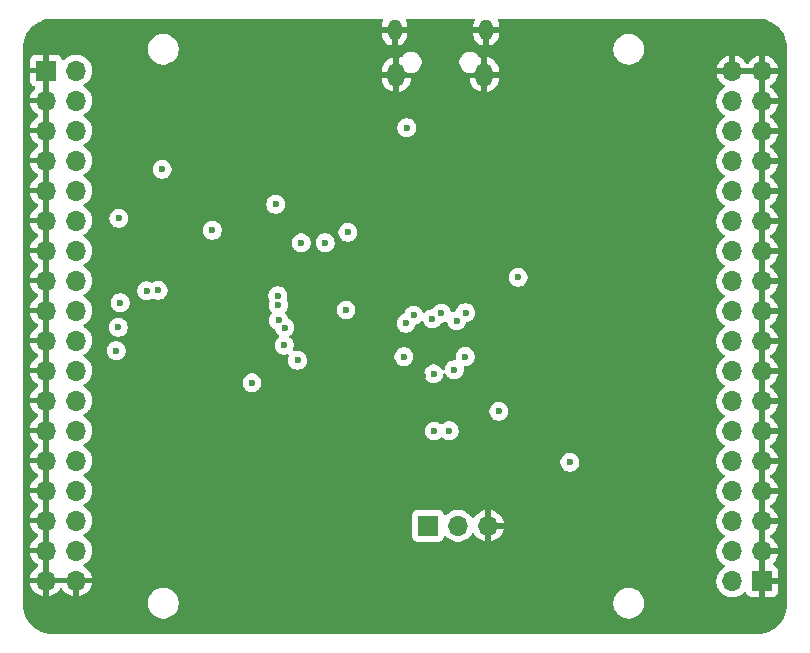
<source format=gbr>
%TF.GenerationSoftware,KiCad,Pcbnew,9.0.0*%
%TF.CreationDate,2025-07-15T18:26:09+02:00*%
%TF.ProjectId,RP2040,52503230-3430-42e6-9b69-6361645f7063,rev?*%
%TF.SameCoordinates,Original*%
%TF.FileFunction,Copper,L3,Inr*%
%TF.FilePolarity,Positive*%
%FSLAX46Y46*%
G04 Gerber Fmt 4.6, Leading zero omitted, Abs format (unit mm)*
G04 Created by KiCad (PCBNEW 9.0.0) date 2025-07-15 18:26:09*
%MOMM*%
%LPD*%
G01*
G04 APERTURE LIST*
%TA.AperFunction,ComponentPad*%
%ADD10R,1.700000X1.700000*%
%TD*%
%TA.AperFunction,ComponentPad*%
%ADD11O,1.700000X1.700000*%
%TD*%
%TA.AperFunction,HeatsinkPad*%
%ADD12O,1.150000X1.800000*%
%TD*%
%TA.AperFunction,HeatsinkPad*%
%ADD13O,1.450000X2.000000*%
%TD*%
%TA.AperFunction,ViaPad*%
%ADD14C,0.600000*%
%TD*%
G04 APERTURE END LIST*
D10*
%TO.N,GND*%
%TO.C,J1*%
X117660000Y-38800000D03*
D11*
%TO.N,+3V3*%
X120200000Y-38800000D03*
%TO.N,GND*%
X117660000Y-41340000D03*
%TO.N,GPIO0*%
X120200000Y-41340000D03*
%TO.N,GND*%
X117660000Y-43880000D03*
%TO.N,GPIO1*%
X120200000Y-43880000D03*
%TO.N,GND*%
X117660000Y-46420000D03*
%TO.N,GPIO2*%
X120200000Y-46420000D03*
%TO.N,GND*%
X117660000Y-48960000D03*
%TO.N,GPIO3*%
X120200000Y-48960000D03*
%TO.N,GND*%
X117660000Y-51500000D03*
%TO.N,GPIO4*%
X120200000Y-51500000D03*
%TO.N,GND*%
X117660000Y-54040000D03*
%TO.N,GPIO5*%
X120200000Y-54040000D03*
%TO.N,GND*%
X117660000Y-56580000D03*
%TO.N,GPIO6*%
X120200000Y-56580000D03*
%TO.N,GND*%
X117660000Y-59120000D03*
%TO.N,GPIO7*%
X120200000Y-59120000D03*
%TO.N,GND*%
X117660000Y-61660000D03*
%TO.N,GPIO8*%
X120200000Y-61660000D03*
%TO.N,GND*%
X117660000Y-64200000D03*
%TO.N,GPIO9*%
X120200000Y-64200000D03*
%TO.N,GND*%
X117660000Y-66740000D03*
%TO.N,GPIO10*%
X120200000Y-66740000D03*
%TO.N,GND*%
X117660000Y-69280000D03*
%TO.N,GPIO11*%
X120200000Y-69280000D03*
%TO.N,GND*%
X117660000Y-71820000D03*
%TO.N,GPIO12*%
X120200000Y-71820000D03*
%TO.N,GND*%
X117660000Y-74360000D03*
%TO.N,GPIO13*%
X120200000Y-74360000D03*
%TO.N,GND*%
X117660000Y-76900000D03*
%TO.N,GPIO14*%
X120200000Y-76900000D03*
%TO.N,GND*%
X117660000Y-79440000D03*
%TO.N,GPIO15*%
X120200000Y-79440000D03*
%TO.N,GND*%
X117660000Y-81980000D03*
X120200000Y-81980000D03*
%TD*%
D10*
%TO.N,SWCLK*%
%TO.C,SWD*%
X150005000Y-77340000D03*
D11*
%TO.N,SWD*%
X152545000Y-77340000D03*
%TO.N,GND*%
X155085000Y-77340000D03*
%TD*%
D10*
%TO.N,GND*%
%TO.C,J2*%
X178300000Y-82040000D03*
D11*
%TO.N,+3V3*%
X175760000Y-82040000D03*
%TO.N,GND*%
X178300000Y-79500000D03*
%TO.N,GPIO16*%
X175760000Y-79500000D03*
%TO.N,GND*%
X178300000Y-76960000D03*
%TO.N,GPIO17*%
X175760000Y-76960000D03*
%TO.N,GND*%
X178300000Y-74420000D03*
%TO.N,GPIO18*%
X175760000Y-74420000D03*
%TO.N,GND*%
X178300000Y-71880000D03*
%TO.N,GPIO19*%
X175760000Y-71880000D03*
%TO.N,GND*%
X178300000Y-69340000D03*
%TO.N,GPIO20*%
X175760000Y-69340000D03*
%TO.N,GND*%
X178300000Y-66800000D03*
%TO.N,GPIO21*%
X175760000Y-66800000D03*
%TO.N,GND*%
X178300000Y-64260000D03*
%TO.N,GPIO22*%
X175760000Y-64260000D03*
%TO.N,GND*%
X178300000Y-61720000D03*
%TO.N,GPIO23*%
X175760000Y-61720000D03*
%TO.N,GND*%
X178300000Y-59180000D03*
%TO.N,GPIO24*%
X175760000Y-59180000D03*
%TO.N,GND*%
X178300000Y-56640000D03*
%TO.N,GPIO25*%
X175760000Y-56640000D03*
%TO.N,GND*%
X178300000Y-54100000D03*
%TO.N,GPIO26_ADC0*%
X175760000Y-54100000D03*
%TO.N,GND*%
X178300000Y-51560000D03*
%TO.N,GPIO27_ADC1*%
X175760000Y-51560000D03*
%TO.N,GND*%
X178300000Y-49020000D03*
%TO.N,GPIO28_ADC2*%
X175760000Y-49020000D03*
%TO.N,GND*%
X178300000Y-46480000D03*
%TO.N,GPIO29_ADC3*%
X175760000Y-46480000D03*
%TO.N,GND*%
X178300000Y-43940000D03*
%TO.N,unconnected-(J2-Pin_32-Pad32)*%
X175760000Y-43940000D03*
%TO.N,GND*%
X178300000Y-41400000D03*
%TO.N,unconnected-(J2-Pin_34-Pad34)*%
X175760000Y-41400000D03*
%TO.N,GND*%
X178300000Y-38860000D03*
X175760000Y-38860000D03*
%TD*%
D12*
%TO.N,GND*%
%TO.C,USB*%
X154930000Y-35355000D03*
D13*
X154780000Y-39155000D03*
X147330000Y-39155000D03*
D12*
X147180000Y-35355000D03*
%TD*%
D14*
%TO.N,GND*%
X149530000Y-61080000D03*
X127425000Y-67325000D03*
X149540000Y-62020000D03*
X132760000Y-51405000D03*
X137590000Y-63370000D03*
X159240000Y-52230000D03*
X156790000Y-52110000D03*
X163110000Y-52200000D03*
X150585000Y-62020000D03*
X151600000Y-61990000D03*
X149597315Y-64635185D03*
X150570000Y-63020000D03*
X142770000Y-44570000D03*
X154260000Y-46440000D03*
X140960000Y-40600000D03*
X151590000Y-61150000D03*
X153980000Y-43660000D03*
X152280000Y-70860000D03*
X130280000Y-55540000D03*
X149135000Y-50900000D03*
X167120000Y-47920000D03*
X157600000Y-77380000D03*
X139920000Y-55870000D03*
X147425000Y-50960000D03*
X150560000Y-61140000D03*
X151600000Y-63020000D03*
X149770000Y-41190000D03*
X126710000Y-59990000D03*
X149530000Y-63070000D03*
X147517500Y-72910000D03*
%TO.N,+3V3*%
X162020000Y-71960000D03*
X151146290Y-59360491D03*
X150490000Y-64490000D03*
X153180000Y-59300000D03*
X147967668Y-63029497D03*
X148794923Y-59520000D03*
X153160000Y-63020000D03*
%TO.N,+1V1*%
X150520000Y-69320000D03*
X152240000Y-64130000D03*
X150385000Y-59805000D03*
X152426391Y-59982128D03*
X151800000Y-69310000D03*
%TO.N,Net-(SW2-B)*%
X157630000Y-56310000D03*
X156010000Y-67660000D03*
%TO.N,VBUS*%
X123830000Y-51320000D03*
X148200000Y-43650000D03*
%TO.N,GPIO8*%
X137830000Y-62060000D03*
X123610000Y-62520000D03*
%TO.N,GPIO7*%
X123790000Y-60550000D03*
X137860000Y-60560000D03*
%TO.N,GPIO6*%
X123960000Y-58470000D03*
X137349944Y-59943683D03*
%TO.N,GPIO9*%
X135100000Y-65250000D03*
X138955735Y-63344265D03*
%TO.N,GPIO5*%
X137340000Y-58660000D03*
X126180000Y-57450000D03*
%TO.N,GPIO4*%
X137275347Y-57862614D03*
X127150000Y-57410000D03*
%TO.N,GPIO0*%
X127490000Y-47170000D03*
X143065735Y-59074265D03*
%TO.N,GPIO1*%
X131750000Y-52330000D03*
X148140000Y-60210000D03*
%TO.N,QSPI_SD2*%
X143225000Y-52505000D03*
X137120000Y-50130000D03*
%TO.N,QSPI_SD1*%
X139270000Y-53400000D03*
X141300000Y-53370000D03*
%TD*%
%TA.AperFunction,Conductor*%
%TO.N,GND*%
G36*
X178550000Y-81606988D02*
G01*
X178492993Y-81574075D01*
X178365826Y-81540000D01*
X178234174Y-81540000D01*
X178107007Y-81574075D01*
X178050000Y-81606988D01*
X178050000Y-79933012D01*
X178107007Y-79965925D01*
X178234174Y-80000000D01*
X178365826Y-80000000D01*
X178492993Y-79965925D01*
X178550000Y-79933012D01*
X178550000Y-81606988D01*
G37*
%TD.AperFunction*%
%TA.AperFunction,Conductor*%
G36*
X178550000Y-79066988D02*
G01*
X178492993Y-79034075D01*
X178365826Y-79000000D01*
X178234174Y-79000000D01*
X178107007Y-79034075D01*
X178050000Y-79066988D01*
X178050000Y-77393012D01*
X178107007Y-77425925D01*
X178234174Y-77460000D01*
X178365826Y-77460000D01*
X178492993Y-77425925D01*
X178550000Y-77393012D01*
X178550000Y-79066988D01*
G37*
%TD.AperFunction*%
%TA.AperFunction,Conductor*%
G36*
X178550000Y-76526988D02*
G01*
X178492993Y-76494075D01*
X178365826Y-76460000D01*
X178234174Y-76460000D01*
X178107007Y-76494075D01*
X178050000Y-76526988D01*
X178050000Y-74853012D01*
X178107007Y-74885925D01*
X178234174Y-74920000D01*
X178365826Y-74920000D01*
X178492993Y-74885925D01*
X178550000Y-74853012D01*
X178550000Y-76526988D01*
G37*
%TD.AperFunction*%
%TA.AperFunction,Conductor*%
G36*
X178550000Y-73986988D02*
G01*
X178492993Y-73954075D01*
X178365826Y-73920000D01*
X178234174Y-73920000D01*
X178107007Y-73954075D01*
X178050000Y-73986988D01*
X178050000Y-72313012D01*
X178107007Y-72345925D01*
X178234174Y-72380000D01*
X178365826Y-72380000D01*
X178492993Y-72345925D01*
X178550000Y-72313012D01*
X178550000Y-73986988D01*
G37*
%TD.AperFunction*%
%TA.AperFunction,Conductor*%
G36*
X178550000Y-71446988D02*
G01*
X178492993Y-71414075D01*
X178365826Y-71380000D01*
X178234174Y-71380000D01*
X178107007Y-71414075D01*
X178050000Y-71446988D01*
X178050000Y-69773012D01*
X178107007Y-69805925D01*
X178234174Y-69840000D01*
X178365826Y-69840000D01*
X178492993Y-69805925D01*
X178550000Y-69773012D01*
X178550000Y-71446988D01*
G37*
%TD.AperFunction*%
%TA.AperFunction,Conductor*%
G36*
X178550000Y-68906988D02*
G01*
X178492993Y-68874075D01*
X178365826Y-68840000D01*
X178234174Y-68840000D01*
X178107007Y-68874075D01*
X178050000Y-68906988D01*
X178050000Y-67233012D01*
X178107007Y-67265925D01*
X178234174Y-67300000D01*
X178365826Y-67300000D01*
X178492993Y-67265925D01*
X178550000Y-67233012D01*
X178550000Y-68906988D01*
G37*
%TD.AperFunction*%
%TA.AperFunction,Conductor*%
G36*
X178550000Y-66366988D02*
G01*
X178492993Y-66334075D01*
X178365826Y-66300000D01*
X178234174Y-66300000D01*
X178107007Y-66334075D01*
X178050000Y-66366988D01*
X178050000Y-64693012D01*
X178107007Y-64725925D01*
X178234174Y-64760000D01*
X178365826Y-64760000D01*
X178492993Y-64725925D01*
X178550000Y-64693012D01*
X178550000Y-66366988D01*
G37*
%TD.AperFunction*%
%TA.AperFunction,Conductor*%
G36*
X178550000Y-63826988D02*
G01*
X178492993Y-63794075D01*
X178365826Y-63760000D01*
X178234174Y-63760000D01*
X178107007Y-63794075D01*
X178050000Y-63826988D01*
X178050000Y-62153012D01*
X178107007Y-62185925D01*
X178234174Y-62220000D01*
X178365826Y-62220000D01*
X178492993Y-62185925D01*
X178550000Y-62153012D01*
X178550000Y-63826988D01*
G37*
%TD.AperFunction*%
%TA.AperFunction,Conductor*%
G36*
X178550000Y-61286988D02*
G01*
X178492993Y-61254075D01*
X178365826Y-61220000D01*
X178234174Y-61220000D01*
X178107007Y-61254075D01*
X178050000Y-61286988D01*
X178050000Y-59613012D01*
X178107007Y-59645925D01*
X178234174Y-59680000D01*
X178365826Y-59680000D01*
X178492993Y-59645925D01*
X178550000Y-59613012D01*
X178550000Y-61286988D01*
G37*
%TD.AperFunction*%
%TA.AperFunction,Conductor*%
G36*
X178550000Y-58746988D02*
G01*
X178492993Y-58714075D01*
X178365826Y-58680000D01*
X178234174Y-58680000D01*
X178107007Y-58714075D01*
X178050000Y-58746988D01*
X178050000Y-57073012D01*
X178107007Y-57105925D01*
X178234174Y-57140000D01*
X178365826Y-57140000D01*
X178492993Y-57105925D01*
X178550000Y-57073012D01*
X178550000Y-58746988D01*
G37*
%TD.AperFunction*%
%TA.AperFunction,Conductor*%
G36*
X178550000Y-56206988D02*
G01*
X178492993Y-56174075D01*
X178365826Y-56140000D01*
X178234174Y-56140000D01*
X178107007Y-56174075D01*
X178050000Y-56206988D01*
X178050000Y-54533012D01*
X178107007Y-54565925D01*
X178234174Y-54600000D01*
X178365826Y-54600000D01*
X178492993Y-54565925D01*
X178550000Y-54533012D01*
X178550000Y-56206988D01*
G37*
%TD.AperFunction*%
%TA.AperFunction,Conductor*%
G36*
X178550000Y-53666988D02*
G01*
X178492993Y-53634075D01*
X178365826Y-53600000D01*
X178234174Y-53600000D01*
X178107007Y-53634075D01*
X178050000Y-53666988D01*
X178050000Y-51993012D01*
X178107007Y-52025925D01*
X178234174Y-52060000D01*
X178365826Y-52060000D01*
X178492993Y-52025925D01*
X178550000Y-51993012D01*
X178550000Y-53666988D01*
G37*
%TD.AperFunction*%
%TA.AperFunction,Conductor*%
G36*
X178550000Y-51126988D02*
G01*
X178492993Y-51094075D01*
X178365826Y-51060000D01*
X178234174Y-51060000D01*
X178107007Y-51094075D01*
X178050000Y-51126988D01*
X178050000Y-49453012D01*
X178107007Y-49485925D01*
X178234174Y-49520000D01*
X178365826Y-49520000D01*
X178492993Y-49485925D01*
X178550000Y-49453012D01*
X178550000Y-51126988D01*
G37*
%TD.AperFunction*%
%TA.AperFunction,Conductor*%
G36*
X178550000Y-48586988D02*
G01*
X178492993Y-48554075D01*
X178365826Y-48520000D01*
X178234174Y-48520000D01*
X178107007Y-48554075D01*
X178050000Y-48586988D01*
X178050000Y-46913012D01*
X178107007Y-46945925D01*
X178234174Y-46980000D01*
X178365826Y-46980000D01*
X178492993Y-46945925D01*
X178550000Y-46913012D01*
X178550000Y-48586988D01*
G37*
%TD.AperFunction*%
%TA.AperFunction,Conductor*%
G36*
X178550000Y-46046988D02*
G01*
X178492993Y-46014075D01*
X178365826Y-45980000D01*
X178234174Y-45980000D01*
X178107007Y-46014075D01*
X178050000Y-46046988D01*
X178050000Y-44373012D01*
X178107007Y-44405925D01*
X178234174Y-44440000D01*
X178365826Y-44440000D01*
X178492993Y-44405925D01*
X178550000Y-44373012D01*
X178550000Y-46046988D01*
G37*
%TD.AperFunction*%
%TA.AperFunction,Conductor*%
G36*
X178550000Y-43506988D02*
G01*
X178492993Y-43474075D01*
X178365826Y-43440000D01*
X178234174Y-43440000D01*
X178107007Y-43474075D01*
X178050000Y-43506988D01*
X178050000Y-41833012D01*
X178107007Y-41865925D01*
X178234174Y-41900000D01*
X178365826Y-41900000D01*
X178492993Y-41865925D01*
X178550000Y-41833012D01*
X178550000Y-43506988D01*
G37*
%TD.AperFunction*%
%TA.AperFunction,Conductor*%
G36*
X178550000Y-40966988D02*
G01*
X178492993Y-40934075D01*
X178365826Y-40900000D01*
X178234174Y-40900000D01*
X178107007Y-40934075D01*
X178050000Y-40966988D01*
X178050000Y-39293012D01*
X178107007Y-39325925D01*
X178234174Y-39360000D01*
X178365826Y-39360000D01*
X178492993Y-39325925D01*
X178550000Y-39293012D01*
X178550000Y-40966988D01*
G37*
%TD.AperFunction*%
%TA.AperFunction,Conductor*%
G36*
X177834075Y-38667007D02*
G01*
X177800000Y-38794174D01*
X177800000Y-38925826D01*
X177834075Y-39052993D01*
X177866988Y-39110000D01*
X176193012Y-39110000D01*
X176225925Y-39052993D01*
X176260000Y-38925826D01*
X176260000Y-38794174D01*
X176225925Y-38667007D01*
X176193012Y-38610000D01*
X177866988Y-38610000D01*
X177834075Y-38667007D01*
G37*
%TD.AperFunction*%
%TA.AperFunction,Conductor*%
G36*
X119734075Y-81787007D02*
G01*
X119700000Y-81914174D01*
X119700000Y-82045826D01*
X119734075Y-82172993D01*
X119766988Y-82230000D01*
X118093012Y-82230000D01*
X118125925Y-82172993D01*
X118160000Y-82045826D01*
X118160000Y-81914174D01*
X118125925Y-81787007D01*
X118093012Y-81730000D01*
X119766988Y-81730000D01*
X119734075Y-81787007D01*
G37*
%TD.AperFunction*%
%TA.AperFunction,Conductor*%
G36*
X117910000Y-81546988D02*
G01*
X117852993Y-81514075D01*
X117725826Y-81480000D01*
X117594174Y-81480000D01*
X117467007Y-81514075D01*
X117410000Y-81546988D01*
X117410000Y-79873012D01*
X117467007Y-79905925D01*
X117594174Y-79940000D01*
X117725826Y-79940000D01*
X117852993Y-79905925D01*
X117910000Y-79873012D01*
X117910000Y-81546988D01*
G37*
%TD.AperFunction*%
%TA.AperFunction,Conductor*%
G36*
X117910000Y-79006988D02*
G01*
X117852993Y-78974075D01*
X117725826Y-78940000D01*
X117594174Y-78940000D01*
X117467007Y-78974075D01*
X117410000Y-79006988D01*
X117410000Y-77333012D01*
X117467007Y-77365925D01*
X117594174Y-77400000D01*
X117725826Y-77400000D01*
X117852993Y-77365925D01*
X117910000Y-77333012D01*
X117910000Y-79006988D01*
G37*
%TD.AperFunction*%
%TA.AperFunction,Conductor*%
G36*
X117910000Y-76466988D02*
G01*
X117852993Y-76434075D01*
X117725826Y-76400000D01*
X117594174Y-76400000D01*
X117467007Y-76434075D01*
X117410000Y-76466988D01*
X117410000Y-74793012D01*
X117467007Y-74825925D01*
X117594174Y-74860000D01*
X117725826Y-74860000D01*
X117852993Y-74825925D01*
X117910000Y-74793012D01*
X117910000Y-76466988D01*
G37*
%TD.AperFunction*%
%TA.AperFunction,Conductor*%
G36*
X117910000Y-73926988D02*
G01*
X117852993Y-73894075D01*
X117725826Y-73860000D01*
X117594174Y-73860000D01*
X117467007Y-73894075D01*
X117410000Y-73926988D01*
X117410000Y-72253012D01*
X117467007Y-72285925D01*
X117594174Y-72320000D01*
X117725826Y-72320000D01*
X117852993Y-72285925D01*
X117910000Y-72253012D01*
X117910000Y-73926988D01*
G37*
%TD.AperFunction*%
%TA.AperFunction,Conductor*%
G36*
X117910000Y-71386988D02*
G01*
X117852993Y-71354075D01*
X117725826Y-71320000D01*
X117594174Y-71320000D01*
X117467007Y-71354075D01*
X117410000Y-71386988D01*
X117410000Y-69713012D01*
X117467007Y-69745925D01*
X117594174Y-69780000D01*
X117725826Y-69780000D01*
X117852993Y-69745925D01*
X117910000Y-69713012D01*
X117910000Y-71386988D01*
G37*
%TD.AperFunction*%
%TA.AperFunction,Conductor*%
G36*
X117910000Y-68846988D02*
G01*
X117852993Y-68814075D01*
X117725826Y-68780000D01*
X117594174Y-68780000D01*
X117467007Y-68814075D01*
X117410000Y-68846988D01*
X117410000Y-67173012D01*
X117467007Y-67205925D01*
X117594174Y-67240000D01*
X117725826Y-67240000D01*
X117852993Y-67205925D01*
X117910000Y-67173012D01*
X117910000Y-68846988D01*
G37*
%TD.AperFunction*%
%TA.AperFunction,Conductor*%
G36*
X117910000Y-66306988D02*
G01*
X117852993Y-66274075D01*
X117725826Y-66240000D01*
X117594174Y-66240000D01*
X117467007Y-66274075D01*
X117410000Y-66306988D01*
X117410000Y-64633012D01*
X117467007Y-64665925D01*
X117594174Y-64700000D01*
X117725826Y-64700000D01*
X117852993Y-64665925D01*
X117910000Y-64633012D01*
X117910000Y-66306988D01*
G37*
%TD.AperFunction*%
%TA.AperFunction,Conductor*%
G36*
X117910000Y-63766988D02*
G01*
X117852993Y-63734075D01*
X117725826Y-63700000D01*
X117594174Y-63700000D01*
X117467007Y-63734075D01*
X117410000Y-63766988D01*
X117410000Y-62093012D01*
X117467007Y-62125925D01*
X117594174Y-62160000D01*
X117725826Y-62160000D01*
X117852993Y-62125925D01*
X117910000Y-62093012D01*
X117910000Y-63766988D01*
G37*
%TD.AperFunction*%
%TA.AperFunction,Conductor*%
G36*
X117910000Y-61226988D02*
G01*
X117852993Y-61194075D01*
X117725826Y-61160000D01*
X117594174Y-61160000D01*
X117467007Y-61194075D01*
X117410000Y-61226988D01*
X117410000Y-59553012D01*
X117467007Y-59585925D01*
X117594174Y-59620000D01*
X117725826Y-59620000D01*
X117852993Y-59585925D01*
X117910000Y-59553012D01*
X117910000Y-61226988D01*
G37*
%TD.AperFunction*%
%TA.AperFunction,Conductor*%
G36*
X117910000Y-58686988D02*
G01*
X117852993Y-58654075D01*
X117725826Y-58620000D01*
X117594174Y-58620000D01*
X117467007Y-58654075D01*
X117410000Y-58686988D01*
X117410000Y-57013012D01*
X117467007Y-57045925D01*
X117594174Y-57080000D01*
X117725826Y-57080000D01*
X117852993Y-57045925D01*
X117910000Y-57013012D01*
X117910000Y-58686988D01*
G37*
%TD.AperFunction*%
%TA.AperFunction,Conductor*%
G36*
X117910000Y-56146988D02*
G01*
X117852993Y-56114075D01*
X117725826Y-56080000D01*
X117594174Y-56080000D01*
X117467007Y-56114075D01*
X117410000Y-56146988D01*
X117410000Y-54473012D01*
X117467007Y-54505925D01*
X117594174Y-54540000D01*
X117725826Y-54540000D01*
X117852993Y-54505925D01*
X117910000Y-54473012D01*
X117910000Y-56146988D01*
G37*
%TD.AperFunction*%
%TA.AperFunction,Conductor*%
G36*
X117910000Y-53606988D02*
G01*
X117852993Y-53574075D01*
X117725826Y-53540000D01*
X117594174Y-53540000D01*
X117467007Y-53574075D01*
X117410000Y-53606988D01*
X117410000Y-51933012D01*
X117467007Y-51965925D01*
X117594174Y-52000000D01*
X117725826Y-52000000D01*
X117852993Y-51965925D01*
X117910000Y-51933012D01*
X117910000Y-53606988D01*
G37*
%TD.AperFunction*%
%TA.AperFunction,Conductor*%
G36*
X117910000Y-51066988D02*
G01*
X117852993Y-51034075D01*
X117725826Y-51000000D01*
X117594174Y-51000000D01*
X117467007Y-51034075D01*
X117410000Y-51066988D01*
X117410000Y-49393012D01*
X117467007Y-49425925D01*
X117594174Y-49460000D01*
X117725826Y-49460000D01*
X117852993Y-49425925D01*
X117910000Y-49393012D01*
X117910000Y-51066988D01*
G37*
%TD.AperFunction*%
%TA.AperFunction,Conductor*%
G36*
X117910000Y-48526988D02*
G01*
X117852993Y-48494075D01*
X117725826Y-48460000D01*
X117594174Y-48460000D01*
X117467007Y-48494075D01*
X117410000Y-48526988D01*
X117410000Y-46853012D01*
X117467007Y-46885925D01*
X117594174Y-46920000D01*
X117725826Y-46920000D01*
X117852993Y-46885925D01*
X117910000Y-46853012D01*
X117910000Y-48526988D01*
G37*
%TD.AperFunction*%
%TA.AperFunction,Conductor*%
G36*
X117910000Y-45986988D02*
G01*
X117852993Y-45954075D01*
X117725826Y-45920000D01*
X117594174Y-45920000D01*
X117467007Y-45954075D01*
X117410000Y-45986988D01*
X117410000Y-44313012D01*
X117467007Y-44345925D01*
X117594174Y-44380000D01*
X117725826Y-44380000D01*
X117852993Y-44345925D01*
X117910000Y-44313012D01*
X117910000Y-45986988D01*
G37*
%TD.AperFunction*%
%TA.AperFunction,Conductor*%
G36*
X117910000Y-43446988D02*
G01*
X117852993Y-43414075D01*
X117725826Y-43380000D01*
X117594174Y-43380000D01*
X117467007Y-43414075D01*
X117410000Y-43446988D01*
X117410000Y-41773012D01*
X117467007Y-41805925D01*
X117594174Y-41840000D01*
X117725826Y-41840000D01*
X117852993Y-41805925D01*
X117910000Y-41773012D01*
X117910000Y-43446988D01*
G37*
%TD.AperFunction*%
%TA.AperFunction,Conductor*%
G36*
X117910000Y-40906988D02*
G01*
X117852993Y-40874075D01*
X117725826Y-40840000D01*
X117594174Y-40840000D01*
X117467007Y-40874075D01*
X117410000Y-40906988D01*
X117410000Y-39233012D01*
X117467007Y-39265925D01*
X117594174Y-39300000D01*
X117725826Y-39300000D01*
X117852993Y-39265925D01*
X117910000Y-39233012D01*
X117910000Y-40906988D01*
G37*
%TD.AperFunction*%
%TA.AperFunction,Conductor*%
G36*
X146158935Y-34420185D02*
G01*
X146204690Y-34472989D01*
X146214634Y-34542147D01*
X146202381Y-34580795D01*
X146183760Y-34617340D01*
X146131469Y-34778273D01*
X146105000Y-34945390D01*
X146105000Y-35105000D01*
X146905000Y-35105000D01*
X146905000Y-35605000D01*
X146105000Y-35605000D01*
X146105000Y-35764609D01*
X146131469Y-35931726D01*
X146183760Y-36092659D01*
X146260578Y-36243423D01*
X146360038Y-36380316D01*
X146360038Y-36380317D01*
X146479682Y-36499961D01*
X146616576Y-36599421D01*
X146767340Y-36676239D01*
X146928273Y-36728530D01*
X146930000Y-36728804D01*
X146930000Y-35795056D01*
X146946866Y-35835775D01*
X147024225Y-35913134D01*
X147125299Y-35955000D01*
X147234701Y-35955000D01*
X147335775Y-35913134D01*
X147413134Y-35835775D01*
X147430000Y-35795056D01*
X147430000Y-36728804D01*
X147431726Y-36728530D01*
X147592659Y-36676239D01*
X147743423Y-36599421D01*
X147880316Y-36499961D01*
X147880317Y-36499961D01*
X147999961Y-36380317D01*
X147999961Y-36380316D01*
X148099421Y-36243423D01*
X148176239Y-36092659D01*
X148228530Y-35931726D01*
X148255000Y-35764609D01*
X148255000Y-35605000D01*
X147455000Y-35605000D01*
X147455000Y-35105000D01*
X148255000Y-35105000D01*
X148255000Y-34945390D01*
X148228530Y-34778273D01*
X148176239Y-34617340D01*
X148157619Y-34580795D01*
X148144723Y-34512126D01*
X148170999Y-34447385D01*
X148228106Y-34407128D01*
X148268104Y-34400500D01*
X153841896Y-34400500D01*
X153908935Y-34420185D01*
X153954690Y-34472989D01*
X153964634Y-34542147D01*
X153952381Y-34580795D01*
X153933760Y-34617340D01*
X153881469Y-34778273D01*
X153855000Y-34945390D01*
X153855000Y-35105000D01*
X154655000Y-35105000D01*
X154655000Y-35605000D01*
X153855000Y-35605000D01*
X153855000Y-35764609D01*
X153881469Y-35931726D01*
X153933760Y-36092659D01*
X154010578Y-36243423D01*
X154110038Y-36380316D01*
X154110038Y-36380317D01*
X154229682Y-36499961D01*
X154366576Y-36599421D01*
X154517340Y-36676239D01*
X154678273Y-36728530D01*
X154680000Y-36728804D01*
X154680000Y-35795056D01*
X154696866Y-35835775D01*
X154774225Y-35913134D01*
X154875299Y-35955000D01*
X154984701Y-35955000D01*
X155085775Y-35913134D01*
X155163134Y-35835775D01*
X155180000Y-35795056D01*
X155180000Y-36728803D01*
X155181726Y-36728530D01*
X155342659Y-36676239D01*
X155493423Y-36599421D01*
X155630316Y-36499961D01*
X155630317Y-36499961D01*
X155749961Y-36380317D01*
X155749961Y-36380316D01*
X155849421Y-36243423D01*
X155926239Y-36092659D01*
X155978530Y-35931726D01*
X156005000Y-35764609D01*
X156005000Y-35605000D01*
X155205000Y-35605000D01*
X155205000Y-35105000D01*
X156005000Y-35105000D01*
X156005000Y-34945390D01*
X155978530Y-34778273D01*
X155926239Y-34617340D01*
X155907619Y-34580795D01*
X155894723Y-34512126D01*
X155920999Y-34447385D01*
X155978106Y-34407128D01*
X156018104Y-34400500D01*
X177834108Y-34400500D01*
X177896249Y-34400500D01*
X177903736Y-34400726D01*
X178193796Y-34418271D01*
X178208657Y-34420075D01*
X178357679Y-34447385D01*
X178490798Y-34471780D01*
X178505335Y-34475363D01*
X178779172Y-34560695D01*
X178793163Y-34566000D01*
X179054743Y-34683727D01*
X179067989Y-34690680D01*
X179313465Y-34839075D01*
X179325776Y-34847573D01*
X179450631Y-34945390D01*
X179551573Y-35024473D01*
X179562781Y-35034403D01*
X179765596Y-35237218D01*
X179775526Y-35248426D01*
X179895481Y-35401538D01*
X179952422Y-35474217D01*
X179960928Y-35486540D01*
X180109316Y-35732004D01*
X180116275Y-35745263D01*
X180233997Y-36006831D01*
X180239306Y-36020832D01*
X180324635Y-36294663D01*
X180328219Y-36309201D01*
X180379923Y-36591340D01*
X180381728Y-36606205D01*
X180399274Y-36896263D01*
X180399500Y-36903750D01*
X180399500Y-83996249D01*
X180399274Y-84003736D01*
X180381728Y-84293794D01*
X180379923Y-84308659D01*
X180328219Y-84590798D01*
X180324635Y-84605336D01*
X180239306Y-84879167D01*
X180233997Y-84893168D01*
X180116275Y-85154736D01*
X180109316Y-85167995D01*
X179960928Y-85413459D01*
X179952422Y-85425782D01*
X179775526Y-85651573D01*
X179765596Y-85662781D01*
X179562781Y-85865596D01*
X179551573Y-85875526D01*
X179325782Y-86052422D01*
X179313459Y-86060928D01*
X179067995Y-86209316D01*
X179054736Y-86216275D01*
X178793168Y-86333997D01*
X178779167Y-86339306D01*
X178505336Y-86424635D01*
X178490798Y-86428219D01*
X178208659Y-86479923D01*
X178193794Y-86481728D01*
X177903736Y-86499274D01*
X177896249Y-86499500D01*
X118203751Y-86499500D01*
X118196264Y-86499274D01*
X117906205Y-86481728D01*
X117891340Y-86479923D01*
X117609201Y-86428219D01*
X117594663Y-86424635D01*
X117320832Y-86339306D01*
X117306831Y-86333997D01*
X117045263Y-86216275D01*
X117032004Y-86209316D01*
X116786540Y-86060928D01*
X116774217Y-86052422D01*
X116548426Y-85875526D01*
X116537218Y-85865596D01*
X116334403Y-85662781D01*
X116324473Y-85651573D01*
X116147573Y-85425776D01*
X116139075Y-85413465D01*
X115990680Y-85167989D01*
X115983727Y-85154743D01*
X115866000Y-84893163D01*
X115860693Y-84879167D01*
X115819576Y-84747219D01*
X115775363Y-84605335D01*
X115771780Y-84590798D01*
X115720076Y-84308659D01*
X115718271Y-84293794D01*
X115700726Y-84003736D01*
X115700500Y-83996249D01*
X115700500Y-83797648D01*
X126299500Y-83797648D01*
X126299500Y-84002351D01*
X126331522Y-84204534D01*
X126394781Y-84399223D01*
X126487715Y-84581613D01*
X126608028Y-84747213D01*
X126752786Y-84891971D01*
X126907749Y-85004556D01*
X126918390Y-85012287D01*
X127034607Y-85071503D01*
X127100776Y-85105218D01*
X127100778Y-85105218D01*
X127100781Y-85105220D01*
X127205137Y-85139127D01*
X127295465Y-85168477D01*
X127372669Y-85180705D01*
X127497648Y-85200500D01*
X127497649Y-85200500D01*
X127702351Y-85200500D01*
X127702352Y-85200500D01*
X127904534Y-85168477D01*
X128099219Y-85105220D01*
X128281610Y-85012287D01*
X128445565Y-84893168D01*
X128447213Y-84891971D01*
X128447215Y-84891968D01*
X128447219Y-84891966D01*
X128591966Y-84747219D01*
X128591968Y-84747215D01*
X128591971Y-84747213D01*
X128695049Y-84605336D01*
X128712287Y-84581610D01*
X128805220Y-84399219D01*
X128868477Y-84204534D01*
X128900500Y-84002352D01*
X128900500Y-83797648D01*
X165699500Y-83797648D01*
X165699500Y-84002351D01*
X165731522Y-84204534D01*
X165794781Y-84399223D01*
X165887715Y-84581613D01*
X166008028Y-84747213D01*
X166152786Y-84891971D01*
X166307749Y-85004556D01*
X166318390Y-85012287D01*
X166434607Y-85071503D01*
X166500776Y-85105218D01*
X166500778Y-85105218D01*
X166500781Y-85105220D01*
X166605137Y-85139127D01*
X166695465Y-85168477D01*
X166772669Y-85180705D01*
X166897648Y-85200500D01*
X166897649Y-85200500D01*
X167102351Y-85200500D01*
X167102352Y-85200500D01*
X167304534Y-85168477D01*
X167499219Y-85105220D01*
X167681610Y-85012287D01*
X167845565Y-84893168D01*
X167847213Y-84891971D01*
X167847215Y-84891968D01*
X167847219Y-84891966D01*
X167991966Y-84747219D01*
X167991968Y-84747215D01*
X167991971Y-84747213D01*
X168095049Y-84605336D01*
X168112287Y-84581610D01*
X168205220Y-84399219D01*
X168268477Y-84204534D01*
X168300500Y-84002352D01*
X168300500Y-83797648D01*
X168268477Y-83595466D01*
X168205220Y-83400781D01*
X168205218Y-83400778D01*
X168205218Y-83400776D01*
X168152217Y-83296757D01*
X168112287Y-83218390D01*
X168095328Y-83195048D01*
X167991971Y-83052786D01*
X167847213Y-82908028D01*
X167681613Y-82787715D01*
X167681612Y-82787714D01*
X167681610Y-82787713D01*
X167603308Y-82747816D01*
X167499223Y-82694781D01*
X167304534Y-82631522D01*
X167129995Y-82603878D01*
X167102352Y-82599500D01*
X166897648Y-82599500D01*
X166873329Y-82603351D01*
X166695465Y-82631522D01*
X166500776Y-82694781D01*
X166318386Y-82787715D01*
X166152786Y-82908028D01*
X166008028Y-83052786D01*
X165887715Y-83218386D01*
X165794781Y-83400776D01*
X165731522Y-83595465D01*
X165699500Y-83797648D01*
X128900500Y-83797648D01*
X128868477Y-83595466D01*
X128805220Y-83400781D01*
X128805218Y-83400778D01*
X128805218Y-83400776D01*
X128752217Y-83296757D01*
X128712287Y-83218390D01*
X128695328Y-83195048D01*
X128591971Y-83052786D01*
X128447213Y-82908028D01*
X128281613Y-82787715D01*
X128281612Y-82787714D01*
X128281610Y-82787713D01*
X128203308Y-82747816D01*
X128099223Y-82694781D01*
X127904534Y-82631522D01*
X127729995Y-82603878D01*
X127702352Y-82599500D01*
X127497648Y-82599500D01*
X127473329Y-82603351D01*
X127295465Y-82631522D01*
X127100776Y-82694781D01*
X126918386Y-82787715D01*
X126752786Y-82908028D01*
X126608028Y-83052786D01*
X126487715Y-83218386D01*
X126394781Y-83400776D01*
X126331522Y-83595465D01*
X126299500Y-83797648D01*
X115700500Y-83797648D01*
X115700500Y-37902155D01*
X116310000Y-37902155D01*
X116310000Y-38550000D01*
X117226988Y-38550000D01*
X117194075Y-38607007D01*
X117160000Y-38734174D01*
X117160000Y-38865826D01*
X117194075Y-38992993D01*
X117226988Y-39050000D01*
X116310000Y-39050000D01*
X116310000Y-39697844D01*
X116316401Y-39757372D01*
X116316403Y-39757379D01*
X116366645Y-39892086D01*
X116366649Y-39892093D01*
X116452809Y-40007187D01*
X116452812Y-40007190D01*
X116567906Y-40093350D01*
X116567913Y-40093354D01*
X116699986Y-40142614D01*
X116755920Y-40184485D01*
X116780337Y-40249949D01*
X116765486Y-40318222D01*
X116744335Y-40346477D01*
X116630271Y-40460541D01*
X116505379Y-40632442D01*
X116408904Y-40821782D01*
X116343242Y-41023870D01*
X116343242Y-41023873D01*
X116332769Y-41090000D01*
X117226988Y-41090000D01*
X117194075Y-41147007D01*
X117160000Y-41274174D01*
X117160000Y-41405826D01*
X117194075Y-41532993D01*
X117226988Y-41590000D01*
X116332769Y-41590000D01*
X116343242Y-41656126D01*
X116343242Y-41656129D01*
X116408904Y-41858217D01*
X116505379Y-42047557D01*
X116630272Y-42219459D01*
X116630276Y-42219464D01*
X116780535Y-42369723D01*
X116780540Y-42369727D01*
X116952444Y-42494622D01*
X116962048Y-42499516D01*
X117012844Y-42547491D01*
X117029638Y-42615312D01*
X117007100Y-42681447D01*
X116962048Y-42720484D01*
X116952444Y-42725377D01*
X116780540Y-42850272D01*
X116780535Y-42850276D01*
X116630276Y-43000535D01*
X116630272Y-43000540D01*
X116505379Y-43172442D01*
X116408904Y-43361782D01*
X116343242Y-43563870D01*
X116343242Y-43563873D01*
X116332769Y-43630000D01*
X117226988Y-43630000D01*
X117194075Y-43687007D01*
X117160000Y-43814174D01*
X117160000Y-43945826D01*
X117194075Y-44072993D01*
X117226988Y-44130000D01*
X116332769Y-44130000D01*
X116343242Y-44196126D01*
X116343242Y-44196129D01*
X116408904Y-44398217D01*
X116505379Y-44587557D01*
X116630272Y-44759459D01*
X116630276Y-44759464D01*
X116780535Y-44909723D01*
X116780540Y-44909727D01*
X116952444Y-45034622D01*
X116962048Y-45039516D01*
X117012844Y-45087491D01*
X117029638Y-45155312D01*
X117007100Y-45221447D01*
X116962048Y-45260484D01*
X116952444Y-45265377D01*
X116780540Y-45390272D01*
X116780535Y-45390276D01*
X116630276Y-45540535D01*
X116630272Y-45540540D01*
X116505379Y-45712442D01*
X116408904Y-45901782D01*
X116343242Y-46103870D01*
X116343242Y-46103873D01*
X116332769Y-46170000D01*
X117226988Y-46170000D01*
X117194075Y-46227007D01*
X117160000Y-46354174D01*
X117160000Y-46485826D01*
X117194075Y-46612993D01*
X117226988Y-46670000D01*
X116332769Y-46670000D01*
X116343242Y-46736126D01*
X116343242Y-46736129D01*
X116408904Y-46938217D01*
X116505379Y-47127557D01*
X116630272Y-47299459D01*
X116630276Y-47299464D01*
X116780535Y-47449723D01*
X116780540Y-47449727D01*
X116952444Y-47574622D01*
X116962048Y-47579516D01*
X117012844Y-47627491D01*
X117029638Y-47695312D01*
X117007100Y-47761447D01*
X116962048Y-47800484D01*
X116952444Y-47805377D01*
X116780540Y-47930272D01*
X116780535Y-47930276D01*
X116630276Y-48080535D01*
X116630272Y-48080540D01*
X116505379Y-48252442D01*
X116408904Y-48441782D01*
X116343242Y-48643870D01*
X116343242Y-48643873D01*
X116332769Y-48710000D01*
X117226988Y-48710000D01*
X117194075Y-48767007D01*
X117160000Y-48894174D01*
X117160000Y-49025826D01*
X117194075Y-49152993D01*
X117226988Y-49210000D01*
X116332769Y-49210000D01*
X116343242Y-49276126D01*
X116343242Y-49276129D01*
X116408904Y-49478217D01*
X116505379Y-49667557D01*
X116630272Y-49839459D01*
X116630276Y-49839464D01*
X116780535Y-49989723D01*
X116780540Y-49989727D01*
X116952444Y-50114622D01*
X116962048Y-50119516D01*
X117012844Y-50167491D01*
X117029638Y-50235312D01*
X117007100Y-50301447D01*
X116962048Y-50340484D01*
X116952444Y-50345377D01*
X116780540Y-50470272D01*
X116780535Y-50470276D01*
X116630276Y-50620535D01*
X116630272Y-50620540D01*
X116505379Y-50792442D01*
X116408904Y-50981782D01*
X116343242Y-51183870D01*
X116343242Y-51183873D01*
X116332769Y-51250000D01*
X117226988Y-51250000D01*
X117194075Y-51307007D01*
X117160000Y-51434174D01*
X117160000Y-51565826D01*
X117194075Y-51692993D01*
X117226988Y-51750000D01*
X116332769Y-51750000D01*
X116343242Y-51816126D01*
X116343242Y-51816129D01*
X116408904Y-52018217D01*
X116505379Y-52207557D01*
X116630272Y-52379459D01*
X116630276Y-52379464D01*
X116780535Y-52529723D01*
X116780540Y-52529727D01*
X116952444Y-52654622D01*
X116962048Y-52659516D01*
X117012844Y-52707491D01*
X117029638Y-52775312D01*
X117007100Y-52841447D01*
X116962048Y-52880484D01*
X116952444Y-52885377D01*
X116780540Y-53010272D01*
X116780535Y-53010276D01*
X116630276Y-53160535D01*
X116630272Y-53160540D01*
X116505379Y-53332442D01*
X116408904Y-53521782D01*
X116343242Y-53723870D01*
X116343242Y-53723873D01*
X116332769Y-53790000D01*
X117226988Y-53790000D01*
X117194075Y-53847007D01*
X117160000Y-53974174D01*
X117160000Y-54105826D01*
X117194075Y-54232993D01*
X117226988Y-54290000D01*
X116332769Y-54290000D01*
X116343242Y-54356126D01*
X116343242Y-54356129D01*
X116408904Y-54558217D01*
X116505379Y-54747557D01*
X116630272Y-54919459D01*
X116630276Y-54919464D01*
X116780535Y-55069723D01*
X116780540Y-55069727D01*
X116952444Y-55194622D01*
X116962048Y-55199516D01*
X117012844Y-55247491D01*
X117029638Y-55315312D01*
X117007100Y-55381447D01*
X116962048Y-55420484D01*
X116952444Y-55425377D01*
X116780540Y-55550272D01*
X116780535Y-55550276D01*
X116630276Y-55700535D01*
X116630272Y-55700540D01*
X116505379Y-55872442D01*
X116408904Y-56061782D01*
X116343242Y-56263870D01*
X116343242Y-56263873D01*
X116332769Y-56330000D01*
X117226988Y-56330000D01*
X117194075Y-56387007D01*
X117160000Y-56514174D01*
X117160000Y-56645826D01*
X117194075Y-56772993D01*
X117226988Y-56830000D01*
X116332769Y-56830000D01*
X116343242Y-56896126D01*
X116343242Y-56896129D01*
X116408904Y-57098217D01*
X116505379Y-57287557D01*
X116630272Y-57459459D01*
X116630276Y-57459464D01*
X116780535Y-57609723D01*
X116780540Y-57609727D01*
X116952444Y-57734622D01*
X116962048Y-57739516D01*
X117012844Y-57787491D01*
X117029638Y-57855312D01*
X117007100Y-57921447D01*
X116962048Y-57960484D01*
X116952444Y-57965377D01*
X116780540Y-58090272D01*
X116780535Y-58090276D01*
X116630276Y-58240535D01*
X116630272Y-58240540D01*
X116505379Y-58412442D01*
X116408904Y-58601782D01*
X116343242Y-58803870D01*
X116343242Y-58803873D01*
X116332769Y-58870000D01*
X117226988Y-58870000D01*
X117194075Y-58927007D01*
X117160000Y-59054174D01*
X117160000Y-59185826D01*
X117194075Y-59312993D01*
X117226988Y-59370000D01*
X116332769Y-59370000D01*
X116343242Y-59436126D01*
X116343242Y-59436129D01*
X116408904Y-59638217D01*
X116505379Y-59827557D01*
X116630272Y-59999459D01*
X116630276Y-59999464D01*
X116780535Y-60149723D01*
X116780540Y-60149727D01*
X116952444Y-60274622D01*
X116962048Y-60279516D01*
X117012844Y-60327491D01*
X117029638Y-60395312D01*
X117007100Y-60461447D01*
X116962048Y-60500484D01*
X116952444Y-60505377D01*
X116780540Y-60630272D01*
X116780535Y-60630276D01*
X116630276Y-60780535D01*
X116630272Y-60780540D01*
X116505379Y-60952442D01*
X116408904Y-61141782D01*
X116343242Y-61343870D01*
X116343242Y-61343873D01*
X116332769Y-61410000D01*
X117226988Y-61410000D01*
X117194075Y-61467007D01*
X117160000Y-61594174D01*
X117160000Y-61725826D01*
X117194075Y-61852993D01*
X117226988Y-61910000D01*
X116332769Y-61910000D01*
X116343242Y-61976126D01*
X116343242Y-61976129D01*
X116408904Y-62178217D01*
X116505379Y-62367557D01*
X116630272Y-62539459D01*
X116630276Y-62539464D01*
X116780535Y-62689723D01*
X116780540Y-62689727D01*
X116952444Y-62814622D01*
X116962048Y-62819516D01*
X117012844Y-62867491D01*
X117029638Y-62935312D01*
X117007100Y-63001447D01*
X116962048Y-63040484D01*
X116952444Y-63045377D01*
X116780540Y-63170272D01*
X116780535Y-63170276D01*
X116630276Y-63320535D01*
X116630272Y-63320540D01*
X116505379Y-63492442D01*
X116408904Y-63681782D01*
X116343242Y-63883870D01*
X116343242Y-63883873D01*
X116332769Y-63950000D01*
X117226988Y-63950000D01*
X117194075Y-64007007D01*
X117160000Y-64134174D01*
X117160000Y-64265826D01*
X117194075Y-64392993D01*
X117226988Y-64450000D01*
X116332769Y-64450000D01*
X116343242Y-64516126D01*
X116343242Y-64516129D01*
X116408904Y-64718217D01*
X116505379Y-64907557D01*
X116630272Y-65079459D01*
X116630276Y-65079464D01*
X116780535Y-65229723D01*
X116780540Y-65229727D01*
X116952444Y-65354622D01*
X116962048Y-65359516D01*
X117012844Y-65407491D01*
X117029638Y-65475312D01*
X117007100Y-65541447D01*
X116962048Y-65580484D01*
X116952444Y-65585377D01*
X116780540Y-65710272D01*
X116780535Y-65710276D01*
X116630276Y-65860535D01*
X116630272Y-65860540D01*
X116505379Y-66032442D01*
X116408904Y-66221782D01*
X116343242Y-66423870D01*
X116343242Y-66423873D01*
X116332769Y-66490000D01*
X117226988Y-66490000D01*
X117194075Y-66547007D01*
X117160000Y-66674174D01*
X117160000Y-66805826D01*
X117194075Y-66932993D01*
X117226988Y-66990000D01*
X116332769Y-66990000D01*
X116343242Y-67056126D01*
X116343242Y-67056129D01*
X116408904Y-67258217D01*
X116505379Y-67447557D01*
X116630272Y-67619459D01*
X116630276Y-67619464D01*
X116780535Y-67769723D01*
X116780540Y-67769727D01*
X116952444Y-67894622D01*
X116962048Y-67899516D01*
X117012844Y-67947491D01*
X117029638Y-68015312D01*
X117007100Y-68081447D01*
X116962048Y-68120484D01*
X116952444Y-68125377D01*
X116780540Y-68250272D01*
X116780535Y-68250276D01*
X116630276Y-68400535D01*
X116630272Y-68400540D01*
X116505379Y-68572442D01*
X116408904Y-68761782D01*
X116343242Y-68963870D01*
X116343242Y-68963873D01*
X116332769Y-69030000D01*
X117226988Y-69030000D01*
X117194075Y-69087007D01*
X117160000Y-69214174D01*
X117160000Y-69345826D01*
X117194075Y-69472993D01*
X117226988Y-69530000D01*
X116332769Y-69530000D01*
X116343242Y-69596126D01*
X116343242Y-69596129D01*
X116408904Y-69798217D01*
X116505379Y-69987557D01*
X116630272Y-70159459D01*
X116630276Y-70159464D01*
X116780535Y-70309723D01*
X116780540Y-70309727D01*
X116952444Y-70434622D01*
X116962048Y-70439516D01*
X117012844Y-70487491D01*
X117029638Y-70555312D01*
X117007100Y-70621447D01*
X116962048Y-70660484D01*
X116952444Y-70665377D01*
X116780540Y-70790272D01*
X116780535Y-70790276D01*
X116630276Y-70940535D01*
X116630272Y-70940540D01*
X116505379Y-71112442D01*
X116408904Y-71301782D01*
X116343242Y-71503870D01*
X116343242Y-71503873D01*
X116332769Y-71570000D01*
X117226988Y-71570000D01*
X117194075Y-71627007D01*
X117160000Y-71754174D01*
X117160000Y-71885826D01*
X117194075Y-72012993D01*
X117226988Y-72070000D01*
X116332769Y-72070000D01*
X116343242Y-72136126D01*
X116343242Y-72136129D01*
X116408904Y-72338217D01*
X116505379Y-72527557D01*
X116630272Y-72699459D01*
X116630276Y-72699464D01*
X116780535Y-72849723D01*
X116780540Y-72849727D01*
X116952444Y-72974622D01*
X116962048Y-72979516D01*
X117012844Y-73027491D01*
X117029638Y-73095312D01*
X117007100Y-73161447D01*
X116962048Y-73200484D01*
X116952444Y-73205377D01*
X116780540Y-73330272D01*
X116780535Y-73330276D01*
X116630276Y-73480535D01*
X116630272Y-73480540D01*
X116505379Y-73652442D01*
X116408904Y-73841782D01*
X116343242Y-74043870D01*
X116343242Y-74043873D01*
X116332769Y-74110000D01*
X117226988Y-74110000D01*
X117194075Y-74167007D01*
X117160000Y-74294174D01*
X117160000Y-74425826D01*
X117194075Y-74552993D01*
X117226988Y-74610000D01*
X116332769Y-74610000D01*
X116343242Y-74676126D01*
X116343242Y-74676129D01*
X116408904Y-74878217D01*
X116505379Y-75067557D01*
X116630272Y-75239459D01*
X116630276Y-75239464D01*
X116780535Y-75389723D01*
X116780540Y-75389727D01*
X116952444Y-75514622D01*
X116962048Y-75519516D01*
X117012844Y-75567491D01*
X117029638Y-75635312D01*
X117007100Y-75701447D01*
X116962048Y-75740484D01*
X116952444Y-75745377D01*
X116780540Y-75870272D01*
X116780535Y-75870276D01*
X116630276Y-76020535D01*
X116630272Y-76020540D01*
X116505379Y-76192442D01*
X116408904Y-76381782D01*
X116343242Y-76583870D01*
X116343242Y-76583873D01*
X116332769Y-76650000D01*
X117226988Y-76650000D01*
X117194075Y-76707007D01*
X117160000Y-76834174D01*
X117160000Y-76965826D01*
X117194075Y-77092993D01*
X117226988Y-77150000D01*
X116332769Y-77150000D01*
X116343242Y-77216126D01*
X116343242Y-77216129D01*
X116408904Y-77418217D01*
X116505379Y-77607557D01*
X116630272Y-77779459D01*
X116630276Y-77779464D01*
X116780535Y-77929723D01*
X116780540Y-77929727D01*
X116952444Y-78054622D01*
X116962048Y-78059516D01*
X117012844Y-78107491D01*
X117029638Y-78175312D01*
X117007100Y-78241447D01*
X116962048Y-78280484D01*
X116952444Y-78285377D01*
X116780540Y-78410272D01*
X116780535Y-78410276D01*
X116630276Y-78560535D01*
X116630272Y-78560540D01*
X116505379Y-78732442D01*
X116408904Y-78921782D01*
X116343242Y-79123870D01*
X116343242Y-79123873D01*
X116332769Y-79190000D01*
X117226988Y-79190000D01*
X117194075Y-79247007D01*
X117160000Y-79374174D01*
X117160000Y-79505826D01*
X117194075Y-79632993D01*
X117226988Y-79690000D01*
X116332769Y-79690000D01*
X116343242Y-79756126D01*
X116343242Y-79756129D01*
X116408904Y-79958217D01*
X116505379Y-80147557D01*
X116630272Y-80319459D01*
X116630276Y-80319464D01*
X116780535Y-80469723D01*
X116780540Y-80469727D01*
X116952444Y-80594622D01*
X116962048Y-80599516D01*
X117012844Y-80647491D01*
X117029638Y-80715312D01*
X117007100Y-80781447D01*
X116962048Y-80820484D01*
X116952444Y-80825377D01*
X116780540Y-80950272D01*
X116780535Y-80950276D01*
X116630276Y-81100535D01*
X116630272Y-81100540D01*
X116505379Y-81272442D01*
X116408904Y-81461782D01*
X116343242Y-81663870D01*
X116343242Y-81663873D01*
X116332769Y-81730000D01*
X117226988Y-81730000D01*
X117194075Y-81787007D01*
X117160000Y-81914174D01*
X117160000Y-82045826D01*
X117194075Y-82172993D01*
X117226988Y-82230000D01*
X116332769Y-82230000D01*
X116343242Y-82296126D01*
X116343242Y-82296129D01*
X116408904Y-82498217D01*
X116505379Y-82687557D01*
X116630272Y-82859459D01*
X116630276Y-82859464D01*
X116780535Y-83009723D01*
X116780540Y-83009727D01*
X116952442Y-83134620D01*
X117141782Y-83231095D01*
X117343871Y-83296757D01*
X117410000Y-83307231D01*
X117410000Y-82413012D01*
X117467007Y-82445925D01*
X117594174Y-82480000D01*
X117725826Y-82480000D01*
X117852993Y-82445925D01*
X117910000Y-82413012D01*
X117910000Y-83307230D01*
X117976126Y-83296757D01*
X117976129Y-83296757D01*
X118178217Y-83231095D01*
X118367557Y-83134620D01*
X118539459Y-83009727D01*
X118539464Y-83009723D01*
X118689723Y-82859464D01*
X118689727Y-82859459D01*
X118814620Y-82687558D01*
X118819514Y-82677954D01*
X118867488Y-82627157D01*
X118935308Y-82610361D01*
X119001444Y-82632897D01*
X119040486Y-82677954D01*
X119045379Y-82687558D01*
X119170272Y-82859459D01*
X119170276Y-82859464D01*
X119320535Y-83009723D01*
X119320540Y-83009727D01*
X119492442Y-83134620D01*
X119681782Y-83231095D01*
X119883871Y-83296757D01*
X119950000Y-83307231D01*
X119950000Y-82413012D01*
X120007007Y-82445925D01*
X120134174Y-82480000D01*
X120265826Y-82480000D01*
X120392993Y-82445925D01*
X120450000Y-82413012D01*
X120450000Y-83307230D01*
X120516126Y-83296757D01*
X120516129Y-83296757D01*
X120718217Y-83231095D01*
X120907557Y-83134620D01*
X121079459Y-83009727D01*
X121079464Y-83009723D01*
X121229723Y-82859464D01*
X121229727Y-82859459D01*
X121354620Y-82687557D01*
X121451095Y-82498217D01*
X121516757Y-82296129D01*
X121516757Y-82296126D01*
X121527231Y-82230000D01*
X120633012Y-82230000D01*
X120665925Y-82172993D01*
X120700000Y-82045826D01*
X120700000Y-81914174D01*
X120665925Y-81787007D01*
X120633012Y-81730000D01*
X121527231Y-81730000D01*
X121516757Y-81663873D01*
X121516757Y-81663870D01*
X121451095Y-81461782D01*
X121354620Y-81272442D01*
X121229727Y-81100540D01*
X121229723Y-81100535D01*
X121079464Y-80950276D01*
X121079459Y-80950272D01*
X120907555Y-80825377D01*
X120898500Y-80820763D01*
X120847706Y-80772788D01*
X120830912Y-80704966D01*
X120853451Y-80638832D01*
X120898508Y-80599793D01*
X120907816Y-80595051D01*
X121047560Y-80493522D01*
X121079786Y-80470109D01*
X121079788Y-80470106D01*
X121079792Y-80470104D01*
X121230104Y-80319792D01*
X121230106Y-80319788D01*
X121230109Y-80319786D01*
X121355048Y-80147820D01*
X121355050Y-80147817D01*
X121355051Y-80147816D01*
X121451557Y-79958412D01*
X121517246Y-79756243D01*
X121550500Y-79546287D01*
X121550500Y-79333713D01*
X121517246Y-79123757D01*
X121451557Y-78921588D01*
X121355051Y-78732184D01*
X121355049Y-78732181D01*
X121355048Y-78732179D01*
X121230109Y-78560213D01*
X121079786Y-78409890D01*
X120907820Y-78284951D01*
X120907115Y-78284591D01*
X120899054Y-78280485D01*
X120848259Y-78232512D01*
X120831463Y-78164692D01*
X120853999Y-78098556D01*
X120899054Y-78059515D01*
X120907816Y-78055051D01*
X120997209Y-77990104D01*
X121079786Y-77930109D01*
X121079788Y-77930106D01*
X121079792Y-77930104D01*
X121230104Y-77779792D01*
X121230106Y-77779788D01*
X121230109Y-77779786D01*
X121355048Y-77607820D01*
X121355050Y-77607817D01*
X121355051Y-77607816D01*
X121451557Y-77418412D01*
X121517246Y-77216243D01*
X121550500Y-77006287D01*
X121550500Y-76793713D01*
X121517246Y-76583757D01*
X121471230Y-76442135D01*
X148654500Y-76442135D01*
X148654500Y-78237870D01*
X148654501Y-78237876D01*
X148660908Y-78297483D01*
X148711202Y-78432328D01*
X148711206Y-78432335D01*
X148797452Y-78547544D01*
X148797455Y-78547547D01*
X148912664Y-78633793D01*
X148912671Y-78633797D01*
X149047517Y-78684091D01*
X149047516Y-78684091D01*
X149054444Y-78684835D01*
X149107127Y-78690500D01*
X150902872Y-78690499D01*
X150962483Y-78684091D01*
X151097331Y-78633796D01*
X151212546Y-78547546D01*
X151298796Y-78432331D01*
X151347810Y-78300916D01*
X151389681Y-78244984D01*
X151455145Y-78220566D01*
X151523418Y-78235417D01*
X151551673Y-78256569D01*
X151665213Y-78370109D01*
X151837179Y-78495048D01*
X151837181Y-78495049D01*
X151837184Y-78495051D01*
X152026588Y-78591557D01*
X152228757Y-78657246D01*
X152438713Y-78690500D01*
X152438714Y-78690500D01*
X152651286Y-78690500D01*
X152651287Y-78690500D01*
X152861243Y-78657246D01*
X153063412Y-78591557D01*
X153252816Y-78495051D01*
X153339138Y-78432335D01*
X153424786Y-78370109D01*
X153424788Y-78370106D01*
X153424792Y-78370104D01*
X153575104Y-78219792D01*
X153575106Y-78219788D01*
X153575109Y-78219786D01*
X153663186Y-78098556D01*
X153700051Y-78047816D01*
X153704793Y-78038508D01*
X153752763Y-77987711D01*
X153820583Y-77970911D01*
X153886719Y-77993445D01*
X153925763Y-78038500D01*
X153930377Y-78047555D01*
X154055272Y-78219459D01*
X154055276Y-78219464D01*
X154205535Y-78369723D01*
X154205540Y-78369727D01*
X154377442Y-78494620D01*
X154566782Y-78591095D01*
X154768871Y-78656757D01*
X154835000Y-78667231D01*
X154835000Y-77773012D01*
X154892007Y-77805925D01*
X155019174Y-77840000D01*
X155150826Y-77840000D01*
X155277993Y-77805925D01*
X155335000Y-77773012D01*
X155335000Y-78667230D01*
X155401126Y-78656757D01*
X155401129Y-78656757D01*
X155603217Y-78591095D01*
X155792557Y-78494620D01*
X155964459Y-78369727D01*
X155964464Y-78369723D01*
X156114723Y-78219464D01*
X156114727Y-78219459D01*
X156239620Y-78047557D01*
X156336095Y-77858217D01*
X156401757Y-77656129D01*
X156401757Y-77656126D01*
X156412231Y-77590000D01*
X155518012Y-77590000D01*
X155550925Y-77532993D01*
X155585000Y-77405826D01*
X155585000Y-77274174D01*
X155550925Y-77147007D01*
X155518012Y-77090000D01*
X156412231Y-77090000D01*
X156401757Y-77023873D01*
X156401757Y-77023870D01*
X156336095Y-76821782D01*
X156239620Y-76632442D01*
X156114727Y-76460540D01*
X156114723Y-76460535D01*
X155964464Y-76310276D01*
X155964459Y-76310272D01*
X155792557Y-76185379D01*
X155603215Y-76088903D01*
X155401124Y-76023241D01*
X155335000Y-76012768D01*
X155335000Y-76906988D01*
X155277993Y-76874075D01*
X155150826Y-76840000D01*
X155019174Y-76840000D01*
X154892007Y-76874075D01*
X154835000Y-76906988D01*
X154835000Y-76012768D01*
X154834999Y-76012768D01*
X154768875Y-76023241D01*
X154566784Y-76088903D01*
X154377442Y-76185379D01*
X154205540Y-76310272D01*
X154205535Y-76310276D01*
X154055276Y-76460535D01*
X154055272Y-76460540D01*
X153930378Y-76632443D01*
X153925762Y-76641502D01*
X153877784Y-76692295D01*
X153809963Y-76709087D01*
X153743829Y-76686546D01*
X153704794Y-76641493D01*
X153700051Y-76632184D01*
X153700049Y-76632181D01*
X153700048Y-76632179D01*
X153575109Y-76460213D01*
X153424786Y-76309890D01*
X153252820Y-76184951D01*
X153063414Y-76088444D01*
X153063413Y-76088443D01*
X153063412Y-76088443D01*
X152861243Y-76022754D01*
X152861241Y-76022753D01*
X152861240Y-76022753D01*
X152699957Y-75997208D01*
X152651287Y-75989500D01*
X152438713Y-75989500D01*
X152390042Y-75997208D01*
X152228760Y-76022753D01*
X152026585Y-76088444D01*
X151837179Y-76184951D01*
X151665215Y-76309889D01*
X151551673Y-76423431D01*
X151490350Y-76456915D01*
X151420658Y-76451931D01*
X151364725Y-76410059D01*
X151347810Y-76379082D01*
X151298797Y-76247671D01*
X151298793Y-76247664D01*
X151212547Y-76132455D01*
X151212544Y-76132452D01*
X151097335Y-76046206D01*
X151097328Y-76046202D01*
X150962482Y-75995908D01*
X150962483Y-75995908D01*
X150902883Y-75989501D01*
X150902881Y-75989500D01*
X150902873Y-75989500D01*
X150902864Y-75989500D01*
X149107129Y-75989500D01*
X149107123Y-75989501D01*
X149047516Y-75995908D01*
X148912671Y-76046202D01*
X148912664Y-76046206D01*
X148797455Y-76132452D01*
X148797452Y-76132455D01*
X148711206Y-76247664D01*
X148711202Y-76247671D01*
X148660908Y-76382517D01*
X148654501Y-76442116D01*
X148654500Y-76442135D01*
X121471230Y-76442135D01*
X121451557Y-76381588D01*
X121355051Y-76192184D01*
X121355049Y-76192181D01*
X121355048Y-76192179D01*
X121230109Y-76020213D01*
X121079786Y-75869890D01*
X120907820Y-75744951D01*
X120907115Y-75744591D01*
X120899054Y-75740485D01*
X120848259Y-75692512D01*
X120831463Y-75624692D01*
X120853999Y-75558556D01*
X120899054Y-75519515D01*
X120907816Y-75515051D01*
X120997209Y-75450104D01*
X121079786Y-75390109D01*
X121079788Y-75390106D01*
X121079792Y-75390104D01*
X121230104Y-75239792D01*
X121230106Y-75239788D01*
X121230109Y-75239786D01*
X121355048Y-75067820D01*
X121355050Y-75067817D01*
X121355051Y-75067816D01*
X121451557Y-74878412D01*
X121517246Y-74676243D01*
X121550500Y-74466287D01*
X121550500Y-74253713D01*
X121517246Y-74043757D01*
X121451557Y-73841588D01*
X121355051Y-73652184D01*
X121355049Y-73652181D01*
X121355048Y-73652179D01*
X121230109Y-73480213D01*
X121079786Y-73329890D01*
X120907820Y-73204951D01*
X120907115Y-73204591D01*
X120899054Y-73200485D01*
X120848259Y-73152512D01*
X120831463Y-73084692D01*
X120853999Y-73018556D01*
X120899054Y-72979515D01*
X120907816Y-72975051D01*
X120997209Y-72910104D01*
X121079786Y-72850109D01*
X121079788Y-72850106D01*
X121079792Y-72850104D01*
X121230104Y-72699792D01*
X121230106Y-72699788D01*
X121230109Y-72699786D01*
X121355048Y-72527820D01*
X121355050Y-72527817D01*
X121355051Y-72527816D01*
X121451557Y-72338412D01*
X121517246Y-72136243D01*
X121550500Y-71926287D01*
X121550500Y-71881153D01*
X161219500Y-71881153D01*
X161219500Y-72038846D01*
X161250261Y-72193489D01*
X161250264Y-72193501D01*
X161310602Y-72339172D01*
X161310609Y-72339185D01*
X161398210Y-72470288D01*
X161398213Y-72470292D01*
X161509707Y-72581786D01*
X161509711Y-72581789D01*
X161640814Y-72669390D01*
X161640827Y-72669397D01*
X161786498Y-72729735D01*
X161786503Y-72729737D01*
X161935925Y-72759459D01*
X161941153Y-72760499D01*
X161941156Y-72760500D01*
X161941158Y-72760500D01*
X162098844Y-72760500D01*
X162098845Y-72760499D01*
X162253497Y-72729737D01*
X162399179Y-72669394D01*
X162530289Y-72581789D01*
X162641789Y-72470289D01*
X162729394Y-72339179D01*
X162729793Y-72338217D01*
X162751452Y-72285925D01*
X162789737Y-72193497D01*
X162820500Y-72038842D01*
X162820500Y-71881158D01*
X162820500Y-71881155D01*
X162820499Y-71881153D01*
X162807176Y-71814174D01*
X162789737Y-71726503D01*
X162784439Y-71713713D01*
X162729397Y-71580827D01*
X162729390Y-71580814D01*
X162641789Y-71449711D01*
X162641786Y-71449707D01*
X162530292Y-71338213D01*
X162530288Y-71338210D01*
X162399185Y-71250609D01*
X162399172Y-71250602D01*
X162253501Y-71190264D01*
X162253489Y-71190261D01*
X162098845Y-71159500D01*
X162098842Y-71159500D01*
X161941158Y-71159500D01*
X161941155Y-71159500D01*
X161786510Y-71190261D01*
X161786498Y-71190264D01*
X161640827Y-71250602D01*
X161640814Y-71250609D01*
X161509711Y-71338210D01*
X161509707Y-71338213D01*
X161398213Y-71449707D01*
X161398210Y-71449711D01*
X161310609Y-71580814D01*
X161310602Y-71580827D01*
X161250264Y-71726498D01*
X161250261Y-71726510D01*
X161219500Y-71881153D01*
X121550500Y-71881153D01*
X121550500Y-71713713D01*
X121517246Y-71503757D01*
X121451557Y-71301588D01*
X121355051Y-71112184D01*
X121355049Y-71112181D01*
X121355048Y-71112179D01*
X121230109Y-70940213D01*
X121079786Y-70789890D01*
X120907820Y-70664951D01*
X120907115Y-70664591D01*
X120899054Y-70660485D01*
X120848259Y-70612512D01*
X120831463Y-70544692D01*
X120853999Y-70478556D01*
X120899054Y-70439515D01*
X120907816Y-70435051D01*
X120997209Y-70370104D01*
X121079786Y-70310109D01*
X121079788Y-70310106D01*
X121079792Y-70310104D01*
X121230104Y-70159792D01*
X121230106Y-70159788D01*
X121230109Y-70159786D01*
X121355048Y-69987820D01*
X121355050Y-69987817D01*
X121355051Y-69987816D01*
X121451557Y-69798412D01*
X121517246Y-69596243D01*
X121550500Y-69386287D01*
X121550500Y-69241153D01*
X149719500Y-69241153D01*
X149719500Y-69398846D01*
X149750261Y-69553489D01*
X149750264Y-69553501D01*
X149810602Y-69699172D01*
X149810609Y-69699185D01*
X149898210Y-69830288D01*
X149898213Y-69830292D01*
X150009707Y-69941786D01*
X150009711Y-69941789D01*
X150140814Y-70029390D01*
X150140827Y-70029397D01*
X150262363Y-70079738D01*
X150286503Y-70089737D01*
X150441153Y-70120499D01*
X150441156Y-70120500D01*
X150441158Y-70120500D01*
X150598844Y-70120500D01*
X150598845Y-70120499D01*
X150753497Y-70089737D01*
X150899179Y-70029394D01*
X151030289Y-69941789D01*
X151077320Y-69894757D01*
X151138639Y-69861274D01*
X151208330Y-69866257D01*
X151252680Y-69894759D01*
X151289707Y-69931786D01*
X151289711Y-69931789D01*
X151420814Y-70019390D01*
X151420827Y-70019397D01*
X151566498Y-70079735D01*
X151566503Y-70079737D01*
X151721153Y-70110499D01*
X151721156Y-70110500D01*
X151721158Y-70110500D01*
X151878844Y-70110500D01*
X151878845Y-70110499D01*
X152033497Y-70079737D01*
X152146166Y-70033067D01*
X152179172Y-70019397D01*
X152179172Y-70019396D01*
X152179179Y-70019394D01*
X152310289Y-69931789D01*
X152421789Y-69820289D01*
X152509394Y-69689179D01*
X152569737Y-69543497D01*
X152600500Y-69388842D01*
X152600500Y-69231158D01*
X152600500Y-69231155D01*
X152600499Y-69231153D01*
X152583761Y-69147007D01*
X152569737Y-69076503D01*
X152547936Y-69023870D01*
X152509397Y-68930827D01*
X152509390Y-68930814D01*
X152421789Y-68799711D01*
X152421786Y-68799707D01*
X152310292Y-68688213D01*
X152310288Y-68688210D01*
X152179185Y-68600609D01*
X152179172Y-68600602D01*
X152033501Y-68540264D01*
X152033489Y-68540261D01*
X151878845Y-68509500D01*
X151878842Y-68509500D01*
X151721158Y-68509500D01*
X151721155Y-68509500D01*
X151566510Y-68540261D01*
X151566498Y-68540264D01*
X151420827Y-68600602D01*
X151420814Y-68600609D01*
X151289711Y-68688210D01*
X151289707Y-68688213D01*
X151242681Y-68735240D01*
X151181358Y-68768725D01*
X151111666Y-68763741D01*
X151067319Y-68735240D01*
X151030292Y-68698213D01*
X151030288Y-68698210D01*
X150899185Y-68610609D01*
X150899172Y-68610602D01*
X150753501Y-68550264D01*
X150753489Y-68550261D01*
X150598845Y-68519500D01*
X150598842Y-68519500D01*
X150441158Y-68519500D01*
X150441155Y-68519500D01*
X150286510Y-68550261D01*
X150286498Y-68550264D01*
X150140827Y-68610602D01*
X150140814Y-68610609D01*
X150009711Y-68698210D01*
X150009707Y-68698213D01*
X149898213Y-68809707D01*
X149898210Y-68809711D01*
X149810609Y-68940814D01*
X149810602Y-68940827D01*
X149750264Y-69086498D01*
X149750261Y-69086510D01*
X149719500Y-69241153D01*
X121550500Y-69241153D01*
X121550500Y-69173713D01*
X121517246Y-68963757D01*
X121451557Y-68761588D01*
X121355051Y-68572184D01*
X121355049Y-68572181D01*
X121355048Y-68572179D01*
X121230109Y-68400213D01*
X121079786Y-68249890D01*
X120907820Y-68124951D01*
X120907115Y-68124591D01*
X120899054Y-68120485D01*
X120848259Y-68072512D01*
X120831463Y-68004692D01*
X120853999Y-67938556D01*
X120899054Y-67899515D01*
X120907816Y-67895051D01*
X120997209Y-67830104D01*
X121079786Y-67770109D01*
X121079788Y-67770106D01*
X121079792Y-67770104D01*
X121230104Y-67619792D01*
X121258173Y-67581158D01*
X121258177Y-67581153D01*
X155209500Y-67581153D01*
X155209500Y-67738846D01*
X155240261Y-67893489D01*
X155240264Y-67893501D01*
X155300602Y-68039172D01*
X155300609Y-68039185D01*
X155388210Y-68170288D01*
X155388213Y-68170292D01*
X155499707Y-68281786D01*
X155499711Y-68281789D01*
X155630814Y-68369390D01*
X155630827Y-68369397D01*
X155776498Y-68429735D01*
X155776503Y-68429737D01*
X155929690Y-68460208D01*
X155931153Y-68460499D01*
X155931156Y-68460500D01*
X155931158Y-68460500D01*
X156088844Y-68460500D01*
X156088845Y-68460499D01*
X156243497Y-68429737D01*
X156389179Y-68369394D01*
X156520289Y-68281789D01*
X156631789Y-68170289D01*
X156719394Y-68039179D01*
X156732520Y-68007491D01*
X156736220Y-67998556D01*
X156779737Y-67893497D01*
X156810500Y-67738842D01*
X156810500Y-67581158D01*
X156810500Y-67581155D01*
X156810499Y-67581153D01*
X156795912Y-67507820D01*
X156779737Y-67426503D01*
X156756711Y-67370912D01*
X156719397Y-67280827D01*
X156719390Y-67280814D01*
X156631789Y-67149711D01*
X156631786Y-67149707D01*
X156520292Y-67038213D01*
X156520288Y-67038210D01*
X156389185Y-66950609D01*
X156389172Y-66950602D01*
X156243501Y-66890264D01*
X156243489Y-66890261D01*
X156088845Y-66859500D01*
X156088842Y-66859500D01*
X155931158Y-66859500D01*
X155931155Y-66859500D01*
X155776510Y-66890261D01*
X155776498Y-66890264D01*
X155630827Y-66950602D01*
X155630814Y-66950609D01*
X155499711Y-67038210D01*
X155499707Y-67038213D01*
X155388213Y-67149707D01*
X155388210Y-67149711D01*
X155300609Y-67280814D01*
X155300602Y-67280827D01*
X155240264Y-67426498D01*
X155240261Y-67426510D01*
X155209500Y-67581153D01*
X121258177Y-67581153D01*
X121315554Y-67502181D01*
X121350961Y-67453445D01*
X121355051Y-67447816D01*
X121451557Y-67258412D01*
X121517246Y-67056243D01*
X121550500Y-66846287D01*
X121550500Y-66633713D01*
X121517246Y-66423757D01*
X121451557Y-66221588D01*
X121355051Y-66032184D01*
X121355049Y-66032181D01*
X121355048Y-66032179D01*
X121230109Y-65860213D01*
X121079786Y-65709890D01*
X120907820Y-65584951D01*
X120907115Y-65584591D01*
X120899054Y-65580485D01*
X120848259Y-65532512D01*
X120831463Y-65464692D01*
X120853999Y-65398556D01*
X120899054Y-65359515D01*
X120907816Y-65355051D01*
X120943890Y-65328842D01*
X121079786Y-65230109D01*
X121079788Y-65230106D01*
X121079792Y-65230104D01*
X121138743Y-65171153D01*
X134299500Y-65171153D01*
X134299500Y-65328846D01*
X134330261Y-65483489D01*
X134330264Y-65483501D01*
X134390602Y-65629172D01*
X134390609Y-65629185D01*
X134478210Y-65760288D01*
X134478213Y-65760292D01*
X134589707Y-65871786D01*
X134589711Y-65871789D01*
X134720814Y-65959390D01*
X134720827Y-65959397D01*
X134866498Y-66019735D01*
X134866503Y-66019737D01*
X135021153Y-66050499D01*
X135021156Y-66050500D01*
X135021158Y-66050500D01*
X135178844Y-66050500D01*
X135178845Y-66050499D01*
X135333497Y-66019737D01*
X135479179Y-65959394D01*
X135610289Y-65871789D01*
X135721789Y-65760289D01*
X135809394Y-65629179D01*
X135869737Y-65483497D01*
X135900500Y-65328842D01*
X135900500Y-65171158D01*
X135900500Y-65171155D01*
X135900499Y-65171153D01*
X135869738Y-65016510D01*
X135869737Y-65016503D01*
X135849571Y-64967818D01*
X135809397Y-64870827D01*
X135809390Y-64870814D01*
X135721789Y-64739711D01*
X135721786Y-64739707D01*
X135610292Y-64628213D01*
X135610288Y-64628210D01*
X135479185Y-64540609D01*
X135479172Y-64540602D01*
X135428532Y-64519627D01*
X135333501Y-64480264D01*
X135333489Y-64480261D01*
X135178845Y-64449500D01*
X135178842Y-64449500D01*
X135021158Y-64449500D01*
X135021155Y-64449500D01*
X134866510Y-64480261D01*
X134866498Y-64480264D01*
X134720827Y-64540602D01*
X134720814Y-64540609D01*
X134589711Y-64628210D01*
X134589707Y-64628213D01*
X134478213Y-64739707D01*
X134478210Y-64739711D01*
X134390609Y-64870814D01*
X134390602Y-64870827D01*
X134330264Y-65016498D01*
X134330261Y-65016510D01*
X134299500Y-65171153D01*
X121138743Y-65171153D01*
X121230104Y-65079792D01*
X121230106Y-65079788D01*
X121230109Y-65079786D01*
X121355048Y-64907820D01*
X121355050Y-64907817D01*
X121355051Y-64907816D01*
X121451557Y-64718412D01*
X121517246Y-64516243D01*
X121533891Y-64411153D01*
X149689500Y-64411153D01*
X149689500Y-64568846D01*
X149720261Y-64723489D01*
X149720264Y-64723501D01*
X149780602Y-64869172D01*
X149780609Y-64869185D01*
X149868210Y-65000288D01*
X149868213Y-65000292D01*
X149979707Y-65111786D01*
X149979711Y-65111789D01*
X150110814Y-65199390D01*
X150110827Y-65199397D01*
X150256498Y-65259735D01*
X150256503Y-65259737D01*
X150407252Y-65289723D01*
X150411153Y-65290499D01*
X150411156Y-65290500D01*
X150411158Y-65290500D01*
X150568844Y-65290500D01*
X150568845Y-65290499D01*
X150723497Y-65259737D01*
X150869179Y-65199394D01*
X151000289Y-65111789D01*
X151111789Y-65000289D01*
X151199394Y-64869179D01*
X151259737Y-64723497D01*
X151290500Y-64568842D01*
X151290500Y-64552902D01*
X151310185Y-64485863D01*
X151362989Y-64440108D01*
X151432147Y-64430164D01*
X151495703Y-64459189D01*
X151529062Y-64505451D01*
X151530605Y-64509178D01*
X151530609Y-64509185D01*
X151618210Y-64640288D01*
X151618213Y-64640292D01*
X151729707Y-64751786D01*
X151729711Y-64751789D01*
X151860814Y-64839390D01*
X151860827Y-64839397D01*
X151985195Y-64890911D01*
X152006503Y-64899737D01*
X152161153Y-64930499D01*
X152161156Y-64930500D01*
X152161158Y-64930500D01*
X152318844Y-64930500D01*
X152318845Y-64930499D01*
X152473497Y-64899737D01*
X152619179Y-64839394D01*
X152750289Y-64751789D01*
X152861789Y-64640289D01*
X152949394Y-64509179D01*
X153009737Y-64363497D01*
X153040500Y-64208842D01*
X153040500Y-64051158D01*
X153040500Y-64051155D01*
X153040499Y-64051153D01*
X153024097Y-63968691D01*
X153030324Y-63899100D01*
X153073187Y-63843922D01*
X153139077Y-63820678D01*
X153145714Y-63820500D01*
X153238844Y-63820500D01*
X153238845Y-63820499D01*
X153393497Y-63789737D01*
X153506166Y-63743067D01*
X153539172Y-63729397D01*
X153539172Y-63729396D01*
X153539179Y-63729394D01*
X153670289Y-63641789D01*
X153781789Y-63530289D01*
X153869394Y-63399179D01*
X153877115Y-63380540D01*
X153901984Y-63320499D01*
X153929737Y-63253497D01*
X153960500Y-63098842D01*
X153960500Y-62941158D01*
X153960500Y-62941155D01*
X153960499Y-62941153D01*
X153959337Y-62935312D01*
X153929737Y-62786503D01*
X153914504Y-62749727D01*
X153869397Y-62640827D01*
X153869390Y-62640814D01*
X153781789Y-62509711D01*
X153781786Y-62509707D01*
X153670292Y-62398213D01*
X153670288Y-62398210D01*
X153539185Y-62310609D01*
X153539172Y-62310602D01*
X153393501Y-62250264D01*
X153393489Y-62250261D01*
X153238845Y-62219500D01*
X153238842Y-62219500D01*
X153081158Y-62219500D01*
X153081155Y-62219500D01*
X152926510Y-62250261D01*
X152926498Y-62250264D01*
X152780827Y-62310602D01*
X152780814Y-62310609D01*
X152649711Y-62398210D01*
X152649707Y-62398213D01*
X152538213Y-62509707D01*
X152538210Y-62509711D01*
X152450609Y-62640814D01*
X152450602Y-62640827D01*
X152390264Y-62786498D01*
X152390261Y-62786510D01*
X152359500Y-62941153D01*
X152359500Y-63098846D01*
X152375903Y-63181309D01*
X152369676Y-63250900D01*
X152326813Y-63306078D01*
X152260923Y-63329322D01*
X152254286Y-63329500D01*
X152161155Y-63329500D01*
X152006510Y-63360261D01*
X152006498Y-63360264D01*
X151860827Y-63420602D01*
X151860814Y-63420609D01*
X151729711Y-63508210D01*
X151729707Y-63508213D01*
X151618213Y-63619707D01*
X151618210Y-63619711D01*
X151530609Y-63750814D01*
X151530602Y-63750827D01*
X151470264Y-63896498D01*
X151470261Y-63896510D01*
X151439500Y-64051153D01*
X151439500Y-64067097D01*
X151419815Y-64134136D01*
X151367011Y-64179891D01*
X151297853Y-64189835D01*
X151234297Y-64160810D01*
X151200940Y-64114552D01*
X151199396Y-64110826D01*
X151199390Y-64110814D01*
X151111789Y-63979711D01*
X151111786Y-63979707D01*
X151000292Y-63868213D01*
X151000288Y-63868210D01*
X150869185Y-63780609D01*
X150869172Y-63780602D01*
X150723501Y-63720264D01*
X150723489Y-63720261D01*
X150568845Y-63689500D01*
X150568842Y-63689500D01*
X150411158Y-63689500D01*
X150411155Y-63689500D01*
X150256510Y-63720261D01*
X150256498Y-63720264D01*
X150110827Y-63780602D01*
X150110814Y-63780609D01*
X149979711Y-63868210D01*
X149979707Y-63868213D01*
X149868213Y-63979707D01*
X149868210Y-63979711D01*
X149780609Y-64110814D01*
X149780602Y-64110827D01*
X149720264Y-64256498D01*
X149720261Y-64256510D01*
X149689500Y-64411153D01*
X121533891Y-64411153D01*
X121550500Y-64306287D01*
X121550500Y-64093713D01*
X121517246Y-63883757D01*
X121451557Y-63681588D01*
X121355051Y-63492184D01*
X121355049Y-63492181D01*
X121355048Y-63492179D01*
X121230109Y-63320213D01*
X121079786Y-63169890D01*
X120907820Y-63044951D01*
X120907115Y-63044591D01*
X120899054Y-63040485D01*
X120848259Y-62992512D01*
X120831463Y-62924692D01*
X120853999Y-62858556D01*
X120899054Y-62819515D01*
X120907816Y-62815051D01*
X120970658Y-62769394D01*
X121079786Y-62690109D01*
X121079788Y-62690106D01*
X121079792Y-62690104D01*
X121230104Y-62539792D01*
X121230106Y-62539788D01*
X121230109Y-62539786D01*
X121301769Y-62441153D01*
X122809500Y-62441153D01*
X122809500Y-62598846D01*
X122840261Y-62753489D01*
X122840264Y-62753501D01*
X122900602Y-62899172D01*
X122900609Y-62899185D01*
X122988210Y-63030288D01*
X122988213Y-63030292D01*
X123099707Y-63141786D01*
X123099711Y-63141789D01*
X123230814Y-63229390D01*
X123230827Y-63229397D01*
X123317791Y-63265418D01*
X123376503Y-63289737D01*
X123529690Y-63320208D01*
X123531153Y-63320499D01*
X123531156Y-63320500D01*
X123531158Y-63320500D01*
X123688844Y-63320500D01*
X123688845Y-63320499D01*
X123843497Y-63289737D01*
X123987050Y-63230276D01*
X123989172Y-63229397D01*
X123989172Y-63229396D01*
X123989179Y-63229394D01*
X124120289Y-63141789D01*
X124231789Y-63030289D01*
X124319394Y-62899179D01*
X124329389Y-62875050D01*
X124348157Y-62829738D01*
X124379737Y-62753497D01*
X124410500Y-62598842D01*
X124410500Y-62441158D01*
X124410500Y-62441155D01*
X124410499Y-62441153D01*
X124395912Y-62367821D01*
X124379737Y-62286503D01*
X124368659Y-62259758D01*
X124319397Y-62140827D01*
X124319390Y-62140814D01*
X124231789Y-62009711D01*
X124231786Y-62009707D01*
X124120292Y-61898213D01*
X124120288Y-61898210D01*
X123989185Y-61810609D01*
X123989172Y-61810602D01*
X123843501Y-61750264D01*
X123843489Y-61750261D01*
X123688845Y-61719500D01*
X123688842Y-61719500D01*
X123531158Y-61719500D01*
X123531155Y-61719500D01*
X123376510Y-61750261D01*
X123376498Y-61750264D01*
X123230827Y-61810602D01*
X123230814Y-61810609D01*
X123099711Y-61898210D01*
X123099707Y-61898213D01*
X122988213Y-62009707D01*
X122988210Y-62009711D01*
X122900609Y-62140814D01*
X122900602Y-62140827D01*
X122840264Y-62286498D01*
X122840261Y-62286510D01*
X122809500Y-62441153D01*
X121301769Y-62441153D01*
X121319022Y-62417406D01*
X121355051Y-62367816D01*
X121451557Y-62178412D01*
X121517246Y-61976243D01*
X121550500Y-61766287D01*
X121550500Y-61553713D01*
X121517246Y-61343757D01*
X121451557Y-61141588D01*
X121355051Y-60952184D01*
X121355049Y-60952181D01*
X121355048Y-60952179D01*
X121230109Y-60780213D01*
X121079792Y-60629896D01*
X120992135Y-60566210D01*
X120907816Y-60504949D01*
X120891650Y-60496712D01*
X120884814Y-60491984D01*
X120867965Y-60471153D01*
X122989500Y-60471153D01*
X122989500Y-60628846D01*
X123020261Y-60783489D01*
X123020264Y-60783501D01*
X123080602Y-60929172D01*
X123080609Y-60929185D01*
X123168210Y-61060288D01*
X123168213Y-61060292D01*
X123279707Y-61171786D01*
X123279711Y-61171789D01*
X123410814Y-61259390D01*
X123410827Y-61259397D01*
X123547995Y-61316213D01*
X123556503Y-61319737D01*
X123677259Y-61343757D01*
X123711153Y-61350499D01*
X123711156Y-61350500D01*
X123711158Y-61350500D01*
X123868844Y-61350500D01*
X123868845Y-61350499D01*
X124023497Y-61319737D01*
X124169179Y-61259394D01*
X124300289Y-61171789D01*
X124411789Y-61060289D01*
X124499394Y-60929179D01*
X124559737Y-60783497D01*
X124590500Y-60628842D01*
X124590500Y-60471158D01*
X124590500Y-60471155D01*
X124590499Y-60471153D01*
X124586291Y-60450000D01*
X124559737Y-60316503D01*
X124556208Y-60307982D01*
X124499397Y-60170827D01*
X124499390Y-60170814D01*
X124411789Y-60039711D01*
X124411786Y-60039707D01*
X124300292Y-59928213D01*
X124300288Y-59928210D01*
X124169185Y-59840609D01*
X124169172Y-59840602D01*
X124023501Y-59780264D01*
X124023489Y-59780261D01*
X123868845Y-59749500D01*
X123868842Y-59749500D01*
X123711158Y-59749500D01*
X123711155Y-59749500D01*
X123556510Y-59780261D01*
X123556498Y-59780264D01*
X123410827Y-59840602D01*
X123410814Y-59840609D01*
X123279711Y-59928210D01*
X123279707Y-59928213D01*
X123168213Y-60039707D01*
X123168210Y-60039711D01*
X123080609Y-60170814D01*
X123080602Y-60170827D01*
X123020264Y-60316498D01*
X123020261Y-60316510D01*
X122989500Y-60471153D01*
X120867965Y-60471153D01*
X120867861Y-60471024D01*
X120848259Y-60452512D01*
X120846216Y-60444265D01*
X120840874Y-60437660D01*
X120837943Y-60410860D01*
X120831463Y-60384692D01*
X120834203Y-60376649D01*
X120833280Y-60368205D01*
X120845302Y-60344077D01*
X120853999Y-60318556D01*
X120861074Y-60312425D01*
X120864441Y-60305669D01*
X120878621Y-60297220D01*
X120899054Y-60279515D01*
X120907816Y-60275051D01*
X120970658Y-60229394D01*
X121079786Y-60150109D01*
X121079788Y-60150106D01*
X121079792Y-60150104D01*
X121230104Y-59999792D01*
X121230106Y-59999788D01*
X121230109Y-59999786D01*
X121355048Y-59827820D01*
X121355050Y-59827817D01*
X121355051Y-59827816D01*
X121451557Y-59638412D01*
X121517246Y-59436243D01*
X121550500Y-59226287D01*
X121550500Y-59013713D01*
X121517246Y-58803757D01*
X121451557Y-58601588D01*
X121355051Y-58412184D01*
X121339773Y-58391155D01*
X121339772Y-58391153D01*
X123159500Y-58391153D01*
X123159500Y-58548846D01*
X123190261Y-58703489D01*
X123190264Y-58703501D01*
X123250602Y-58849172D01*
X123250609Y-58849185D01*
X123338210Y-58980288D01*
X123338213Y-58980292D01*
X123449707Y-59091786D01*
X123449711Y-59091789D01*
X123580814Y-59179390D01*
X123580827Y-59179397D01*
X123703512Y-59230214D01*
X123726503Y-59239737D01*
X123881153Y-59270499D01*
X123881156Y-59270500D01*
X123881158Y-59270500D01*
X124038844Y-59270500D01*
X124038845Y-59270499D01*
X124193497Y-59239737D01*
X124333786Y-59181628D01*
X124339172Y-59179397D01*
X124339172Y-59179396D01*
X124339179Y-59179394D01*
X124470289Y-59091789D01*
X124581789Y-58980289D01*
X124669394Y-58849179D01*
X124729737Y-58703497D01*
X124760500Y-58548842D01*
X124760500Y-58391158D01*
X124760500Y-58391155D01*
X124760499Y-58391153D01*
X124747943Y-58328030D01*
X124729737Y-58236503D01*
X124712374Y-58194585D01*
X124669397Y-58090827D01*
X124669390Y-58090814D01*
X124581789Y-57959711D01*
X124581786Y-57959707D01*
X124470292Y-57848213D01*
X124470288Y-57848210D01*
X124339185Y-57760609D01*
X124339172Y-57760602D01*
X124193501Y-57700264D01*
X124193489Y-57700261D01*
X124038845Y-57669500D01*
X124038842Y-57669500D01*
X123881158Y-57669500D01*
X123881155Y-57669500D01*
X123726510Y-57700261D01*
X123726498Y-57700264D01*
X123580827Y-57760602D01*
X123580814Y-57760609D01*
X123449711Y-57848210D01*
X123449707Y-57848213D01*
X123338213Y-57959707D01*
X123338210Y-57959711D01*
X123250609Y-58090814D01*
X123250602Y-58090827D01*
X123190264Y-58236498D01*
X123190261Y-58236510D01*
X123159500Y-58391153D01*
X121339772Y-58391153D01*
X121230109Y-58240213D01*
X121079786Y-58089890D01*
X120907820Y-57964951D01*
X120907115Y-57964591D01*
X120899054Y-57960485D01*
X120848259Y-57912512D01*
X120831463Y-57844692D01*
X120853999Y-57778556D01*
X120899054Y-57739515D01*
X120907816Y-57735051D01*
X120978769Y-57683501D01*
X121079786Y-57610109D01*
X121079788Y-57610106D01*
X121079792Y-57610104D01*
X121230104Y-57459792D01*
X121294504Y-57371153D01*
X125379500Y-57371153D01*
X125379500Y-57528846D01*
X125410261Y-57683489D01*
X125410264Y-57683501D01*
X125470602Y-57829172D01*
X125470609Y-57829185D01*
X125558210Y-57960288D01*
X125558213Y-57960292D01*
X125669707Y-58071786D01*
X125669711Y-58071789D01*
X125800814Y-58159390D01*
X125800827Y-58159397D01*
X125946498Y-58219735D01*
X125946503Y-58219737D01*
X126101153Y-58250499D01*
X126101156Y-58250500D01*
X126101158Y-58250500D01*
X126258844Y-58250500D01*
X126258845Y-58250499D01*
X126413497Y-58219737D01*
X126559179Y-58159394D01*
X126626040Y-58114718D01*
X126692716Y-58093840D01*
X126760096Y-58112324D01*
X126763822Y-58114718D01*
X126770815Y-58119390D01*
X126770821Y-58119394D01*
X126770823Y-58119395D01*
X126770827Y-58119397D01*
X126916498Y-58179735D01*
X126916503Y-58179737D01*
X127071153Y-58210499D01*
X127071156Y-58210500D01*
X127071158Y-58210500D01*
X127228844Y-58210500D01*
X127228845Y-58210499D01*
X127383497Y-58179737D01*
X127529179Y-58119394D01*
X127660289Y-58031789D01*
X127771789Y-57920289D01*
X127859394Y-57789179D01*
X127861636Y-57783767D01*
X136474847Y-57783767D01*
X136474847Y-57941460D01*
X136505608Y-58096103D01*
X136505611Y-58096115D01*
X136565949Y-58241785D01*
X136565951Y-58241789D01*
X136565953Y-58241793D01*
X136565956Y-58241797D01*
X136565958Y-58241801D01*
X136579021Y-58261352D01*
X136599898Y-58328030D01*
X136590480Y-58377692D01*
X136570263Y-58426502D01*
X136570261Y-58426505D01*
X136539500Y-58581153D01*
X136539500Y-58738846D01*
X136570261Y-58893489D01*
X136570264Y-58893501D01*
X136630602Y-59039172D01*
X136630609Y-59039185D01*
X136718210Y-59170288D01*
X136718213Y-59170292D01*
X136767053Y-59219132D01*
X136800538Y-59280455D01*
X136795554Y-59350147D01*
X136767054Y-59394493D01*
X136728158Y-59433389D01*
X136728154Y-59433394D01*
X136640553Y-59564497D01*
X136640546Y-59564510D01*
X136580208Y-59710181D01*
X136580205Y-59710193D01*
X136549444Y-59864836D01*
X136549444Y-60022529D01*
X136580205Y-60177172D01*
X136580208Y-60177184D01*
X136640546Y-60322855D01*
X136640553Y-60322868D01*
X136728154Y-60453971D01*
X136728157Y-60453975D01*
X136839651Y-60565469D01*
X136839655Y-60565472D01*
X136970761Y-60653075D01*
X136970763Y-60653075D01*
X136970765Y-60653077D01*
X137007185Y-60668162D01*
X137009318Y-60669046D01*
X137063722Y-60712886D01*
X137083483Y-60759415D01*
X137090261Y-60793491D01*
X137090264Y-60793501D01*
X137150602Y-60939172D01*
X137150609Y-60939185D01*
X137238210Y-61070288D01*
X137238213Y-61070292D01*
X137349707Y-61181786D01*
X137349711Y-61181789D01*
X137372288Y-61196875D01*
X137417093Y-61250488D01*
X137425800Y-61319813D01*
X137395645Y-61382840D01*
X137372289Y-61403079D01*
X137319707Y-61438213D01*
X137208213Y-61549707D01*
X137208210Y-61549711D01*
X137120609Y-61680814D01*
X137120602Y-61680827D01*
X137060264Y-61826498D01*
X137060261Y-61826510D01*
X137029500Y-61981153D01*
X137029500Y-62138846D01*
X137060261Y-62293489D01*
X137060264Y-62293501D01*
X137120602Y-62439172D01*
X137120609Y-62439185D01*
X137208210Y-62570288D01*
X137208213Y-62570292D01*
X137319707Y-62681786D01*
X137319711Y-62681789D01*
X137450814Y-62769390D01*
X137450827Y-62769397D01*
X137596498Y-62829735D01*
X137596503Y-62829737D01*
X137741385Y-62858556D01*
X137751153Y-62860499D01*
X137751156Y-62860500D01*
X137751158Y-62860500D01*
X137908844Y-62860500D01*
X137908845Y-62860499D01*
X138063497Y-62829737D01*
X138075308Y-62824844D01*
X138144774Y-62817375D01*
X138207254Y-62848648D01*
X138242908Y-62908736D01*
X138240416Y-62978561D01*
X138237322Y-62986857D01*
X138185999Y-63110763D01*
X138185996Y-63110775D01*
X138155235Y-63265418D01*
X138155235Y-63423111D01*
X138185996Y-63577754D01*
X138185999Y-63577766D01*
X138246337Y-63723437D01*
X138246344Y-63723450D01*
X138333945Y-63854553D01*
X138333948Y-63854557D01*
X138445442Y-63966051D01*
X138445446Y-63966054D01*
X138576549Y-64053655D01*
X138576562Y-64053662D01*
X138714541Y-64110814D01*
X138722238Y-64114002D01*
X138876888Y-64144764D01*
X138876891Y-64144765D01*
X138876893Y-64144765D01*
X139034579Y-64144765D01*
X139034580Y-64144764D01*
X139189232Y-64114002D01*
X139334914Y-64053659D01*
X139466024Y-63966054D01*
X139577524Y-63854554D01*
X139665129Y-63723444D01*
X139666448Y-63720261D01*
X139682467Y-63681585D01*
X139725472Y-63577762D01*
X139756235Y-63423107D01*
X139756235Y-63265423D01*
X139756235Y-63265420D01*
X139756234Y-63265418D01*
X139749068Y-63229394D01*
X139725472Y-63110768D01*
X139701342Y-63052512D01*
X139676284Y-62992015D01*
X139665130Y-62965089D01*
X139665129Y-62965086D01*
X139665127Y-62965083D01*
X139665125Y-62965079D01*
X139655484Y-62950650D01*
X147167168Y-62950650D01*
X147167168Y-63108343D01*
X147197929Y-63262986D01*
X147197932Y-63262998D01*
X147258270Y-63408669D01*
X147258277Y-63408682D01*
X147345878Y-63539785D01*
X147345881Y-63539789D01*
X147457375Y-63651283D01*
X147457379Y-63651286D01*
X147588482Y-63738887D01*
X147588495Y-63738894D01*
X147711238Y-63789735D01*
X147734171Y-63799234D01*
X147841077Y-63820499D01*
X147888821Y-63829996D01*
X147888824Y-63829997D01*
X147888826Y-63829997D01*
X148046512Y-63829997D01*
X148046513Y-63829996D01*
X148201165Y-63799234D01*
X148318062Y-63750814D01*
X148346840Y-63738894D01*
X148346840Y-63738893D01*
X148346847Y-63738891D01*
X148477957Y-63651286D01*
X148589457Y-63539786D01*
X148677062Y-63408676D01*
X148737405Y-63262994D01*
X148768168Y-63108339D01*
X148768168Y-62950655D01*
X148768168Y-62950652D01*
X148768167Y-62950650D01*
X148753044Y-62874622D01*
X148737405Y-62796000D01*
X148726383Y-62769390D01*
X148677065Y-62650324D01*
X148677058Y-62650311D01*
X148589457Y-62519208D01*
X148589454Y-62519204D01*
X148477960Y-62407710D01*
X148477956Y-62407707D01*
X148346853Y-62320106D01*
X148346840Y-62320099D01*
X148201169Y-62259761D01*
X148201157Y-62259758D01*
X148046513Y-62228997D01*
X148046510Y-62228997D01*
X147888826Y-62228997D01*
X147888823Y-62228997D01*
X147734178Y-62259758D01*
X147734166Y-62259761D01*
X147588495Y-62320099D01*
X147588482Y-62320106D01*
X147457379Y-62407707D01*
X147457375Y-62407710D01*
X147345881Y-62519204D01*
X147345878Y-62519208D01*
X147258277Y-62650311D01*
X147258270Y-62650324D01*
X147197932Y-62795995D01*
X147197929Y-62796007D01*
X147167168Y-62950650D01*
X139655484Y-62950650D01*
X139577524Y-62833976D01*
X139577521Y-62833972D01*
X139466027Y-62722478D01*
X139466023Y-62722475D01*
X139334920Y-62634874D01*
X139334907Y-62634867D01*
X139189236Y-62574529D01*
X139189224Y-62574526D01*
X139034580Y-62543765D01*
X139034577Y-62543765D01*
X138876893Y-62543765D01*
X138876890Y-62543765D01*
X138722245Y-62574526D01*
X138722234Y-62574529D01*
X138710421Y-62579422D01*
X138640951Y-62586888D01*
X138578473Y-62555610D01*
X138542823Y-62495520D01*
X138545320Y-62425695D01*
X138548406Y-62417420D01*
X138599737Y-62293497D01*
X138630500Y-62138842D01*
X138630500Y-61981158D01*
X138630500Y-61981155D01*
X138630499Y-61981153D01*
X138629499Y-61976126D01*
X138599737Y-61826503D01*
X138574795Y-61766287D01*
X138539397Y-61680827D01*
X138539390Y-61680814D01*
X138451789Y-61549711D01*
X138451786Y-61549707D01*
X138340292Y-61438213D01*
X138340286Y-61438208D01*
X138317710Y-61423123D01*
X138272906Y-61369510D01*
X138264199Y-61300185D01*
X138294354Y-61237158D01*
X138317707Y-61216922D01*
X138370289Y-61181789D01*
X138481789Y-61070289D01*
X138569394Y-60939179D01*
X138629737Y-60793497D01*
X138660500Y-60638842D01*
X138660500Y-60481158D01*
X138660500Y-60481155D01*
X138660499Y-60481153D01*
X138653161Y-60444265D01*
X138629737Y-60326503D01*
X138623906Y-60312425D01*
X138569394Y-60180820D01*
X138536207Y-60131153D01*
X147339500Y-60131153D01*
X147339500Y-60288846D01*
X147370261Y-60443489D01*
X147370264Y-60443501D01*
X147430602Y-60589172D01*
X147430609Y-60589185D01*
X147518210Y-60720288D01*
X147518213Y-60720292D01*
X147629707Y-60831786D01*
X147629711Y-60831789D01*
X147760814Y-60919390D01*
X147760827Y-60919397D01*
X147862472Y-60961499D01*
X147906503Y-60979737D01*
X148041290Y-61006548D01*
X148061153Y-61010499D01*
X148061156Y-61010500D01*
X148061158Y-61010500D01*
X148218844Y-61010500D01*
X148218845Y-61010499D01*
X148373497Y-60979737D01*
X148519179Y-60919394D01*
X148650289Y-60831789D01*
X148761789Y-60720289D01*
X148849394Y-60589179D01*
X148909737Y-60443497D01*
X148920528Y-60389243D01*
X148952912Y-60327335D01*
X149013627Y-60292760D01*
X149017927Y-60291824D01*
X149028420Y-60289737D01*
X149174102Y-60229394D01*
X149305212Y-60141789D01*
X149358404Y-60088597D01*
X149421020Y-60025982D01*
X149422338Y-60027300D01*
X149472868Y-59992857D01*
X149542712Y-59990964D01*
X149602492Y-60027133D01*
X149625574Y-60063391D01*
X149675604Y-60184176D01*
X149675609Y-60184185D01*
X149763210Y-60315288D01*
X149763213Y-60315292D01*
X149874707Y-60426786D01*
X149874711Y-60426789D01*
X150005814Y-60514390D01*
X150005827Y-60514397D01*
X150129128Y-60565469D01*
X150151503Y-60574737D01*
X150298185Y-60603914D01*
X150306153Y-60605499D01*
X150306156Y-60605500D01*
X150306158Y-60605500D01*
X150463844Y-60605500D01*
X150463845Y-60605499D01*
X150618497Y-60574737D01*
X150731166Y-60528067D01*
X150764172Y-60514397D01*
X150764172Y-60514396D01*
X150764179Y-60514394D01*
X150895289Y-60426789D01*
X151006789Y-60315289D01*
X151073065Y-60216099D01*
X151126677Y-60171295D01*
X151176167Y-60160991D01*
X151225134Y-60160991D01*
X151225135Y-60160990D01*
X151379787Y-60130228D01*
X151480294Y-60088596D01*
X151549760Y-60081128D01*
X151612239Y-60112403D01*
X151647892Y-60172491D01*
X151649361Y-60178965D01*
X151656652Y-60215620D01*
X151656655Y-60215629D01*
X151716993Y-60361300D01*
X151717000Y-60361313D01*
X151804601Y-60492416D01*
X151804604Y-60492420D01*
X151916098Y-60603914D01*
X151916102Y-60603917D01*
X152047205Y-60691518D01*
X152047218Y-60691525D01*
X152116669Y-60720292D01*
X152192894Y-60751865D01*
X152335383Y-60780208D01*
X152347544Y-60782627D01*
X152347547Y-60782628D01*
X152347549Y-60782628D01*
X152505235Y-60782628D01*
X152505236Y-60782627D01*
X152659888Y-60751865D01*
X152805570Y-60691522D01*
X152936680Y-60603917D01*
X153048180Y-60492417D01*
X153135785Y-60361307D01*
X153196128Y-60215625D01*
X153201223Y-60190009D01*
X153233605Y-60128100D01*
X153294320Y-60093523D01*
X153298649Y-60092582D01*
X153322876Y-60087762D01*
X153413497Y-60069737D01*
X153559179Y-60009394D01*
X153690289Y-59921789D01*
X153801789Y-59810289D01*
X153889394Y-59679179D01*
X153949737Y-59533497D01*
X153980500Y-59378842D01*
X153980500Y-59221158D01*
X153980500Y-59221155D01*
X153980499Y-59221153D01*
X153972637Y-59181628D01*
X153949737Y-59066503D01*
X153938416Y-59039172D01*
X153889397Y-58920827D01*
X153889390Y-58920814D01*
X153801789Y-58789711D01*
X153801786Y-58789707D01*
X153690292Y-58678213D01*
X153690288Y-58678210D01*
X153559185Y-58590609D01*
X153559172Y-58590602D01*
X153413501Y-58530264D01*
X153413489Y-58530261D01*
X153258845Y-58499500D01*
X153258842Y-58499500D01*
X153101158Y-58499500D01*
X153101155Y-58499500D01*
X152946510Y-58530261D01*
X152946498Y-58530264D01*
X152800827Y-58590602D01*
X152800814Y-58590609D01*
X152669711Y-58678210D01*
X152669707Y-58678213D01*
X152558213Y-58789707D01*
X152558210Y-58789711D01*
X152470609Y-58920814D01*
X152470602Y-58920827D01*
X152410264Y-59066498D01*
X152410261Y-59066508D01*
X152405167Y-59092120D01*
X152398577Y-59104716D01*
X152396634Y-59118801D01*
X152382705Y-59135060D01*
X152372782Y-59154031D01*
X152359543Y-59162097D01*
X152351178Y-59171863D01*
X152328095Y-59181259D01*
X152319157Y-59186706D01*
X152313510Y-59188398D01*
X152192894Y-59212391D01*
X152086572Y-59256430D01*
X152080543Y-59258238D01*
X152051646Y-59258401D01*
X152022919Y-59261490D01*
X152017138Y-59258596D01*
X152010675Y-59258633D01*
X151986275Y-59243146D01*
X151960440Y-59230214D01*
X151957142Y-59224656D01*
X151951684Y-59221192D01*
X151939529Y-59194971D01*
X151924788Y-59170125D01*
X151923319Y-59163651D01*
X151919549Y-59144701D01*
X151916027Y-59126994D01*
X151901445Y-59091789D01*
X151855687Y-58981318D01*
X151855680Y-58981305D01*
X151768079Y-58850202D01*
X151768076Y-58850198D01*
X151656582Y-58738704D01*
X151656578Y-58738701D01*
X151525475Y-58651100D01*
X151525462Y-58651093D01*
X151379791Y-58590755D01*
X151379779Y-58590752D01*
X151225135Y-58559991D01*
X151225132Y-58559991D01*
X151067448Y-58559991D01*
X151067445Y-58559991D01*
X150912800Y-58590752D01*
X150912788Y-58590755D01*
X150767117Y-58651093D01*
X150767104Y-58651100D01*
X150636001Y-58738701D01*
X150635997Y-58738704D01*
X150524500Y-58850201D01*
X150458225Y-58949391D01*
X150404613Y-58994196D01*
X150355123Y-59004500D01*
X150306155Y-59004500D01*
X150151510Y-59035261D01*
X150151498Y-59035264D01*
X150005827Y-59095602D01*
X150005814Y-59095609D01*
X149874711Y-59183210D01*
X149874707Y-59183213D01*
X149758903Y-59299018D01*
X149757591Y-59297706D01*
X149707008Y-59332157D01*
X149637164Y-59334023D01*
X149577398Y-59297831D01*
X149554348Y-59261607D01*
X149504320Y-59140827D01*
X149504313Y-59140814D01*
X149416712Y-59009711D01*
X149416709Y-59009707D01*
X149305215Y-58898213D01*
X149305211Y-58898210D01*
X149174108Y-58810609D01*
X149174095Y-58810602D01*
X149028424Y-58750264D01*
X149028412Y-58750261D01*
X148873768Y-58719500D01*
X148873765Y-58719500D01*
X148716081Y-58719500D01*
X148716078Y-58719500D01*
X148561433Y-58750261D01*
X148561421Y-58750264D01*
X148415750Y-58810602D01*
X148415737Y-58810609D01*
X148284634Y-58898210D01*
X148284630Y-58898213D01*
X148173136Y-59009707D01*
X148173133Y-59009711D01*
X148085532Y-59140814D01*
X148085525Y-59140827D01*
X148025187Y-59286498D01*
X148025184Y-59286508D01*
X148014394Y-59340755D01*
X147982009Y-59402666D01*
X147921293Y-59437240D01*
X147916974Y-59438179D01*
X147906511Y-59440260D01*
X147906498Y-59440264D01*
X147760827Y-59500602D01*
X147760814Y-59500609D01*
X147629711Y-59588210D01*
X147629707Y-59588213D01*
X147518213Y-59699707D01*
X147518210Y-59699711D01*
X147430609Y-59830814D01*
X147430602Y-59830827D01*
X147370264Y-59976498D01*
X147370261Y-59976510D01*
X147339500Y-60131153D01*
X138536207Y-60131153D01*
X138481789Y-60049711D01*
X138481786Y-60049707D01*
X138370292Y-59938213D01*
X138370288Y-59938210D01*
X138239185Y-59850609D01*
X138239179Y-59850606D01*
X138200622Y-59834635D01*
X138146219Y-59790793D01*
X138126459Y-59744266D01*
X138119681Y-59710186D01*
X138089952Y-59638414D01*
X138059341Y-59564510D01*
X138059334Y-59564497D01*
X137971733Y-59433394D01*
X137971730Y-59433390D01*
X137922890Y-59384550D01*
X137889405Y-59323227D01*
X137894389Y-59253535D01*
X137922891Y-59209187D01*
X137961786Y-59170292D01*
X137961789Y-59170289D01*
X138049394Y-59039179D01*
X138061602Y-59009707D01*
X138067521Y-58995418D01*
X142265235Y-58995418D01*
X142265235Y-59153111D01*
X142295996Y-59307754D01*
X142295999Y-59307766D01*
X142356337Y-59453437D01*
X142356344Y-59453450D01*
X142443945Y-59584553D01*
X142443948Y-59584557D01*
X142555442Y-59696051D01*
X142555446Y-59696054D01*
X142686549Y-59783655D01*
X142686562Y-59783662D01*
X142832233Y-59844000D01*
X142832238Y-59844002D01*
X142986888Y-59874764D01*
X142986891Y-59874765D01*
X142986893Y-59874765D01*
X143144579Y-59874765D01*
X143144580Y-59874764D01*
X143299232Y-59844002D01*
X143444914Y-59783659D01*
X143576024Y-59696054D01*
X143687524Y-59584554D01*
X143775129Y-59453444D01*
X143782256Y-59436239D01*
X143806030Y-59378842D01*
X143835472Y-59307762D01*
X143866235Y-59153107D01*
X143866235Y-58995423D01*
X143866235Y-58995420D01*
X143866234Y-58995418D01*
X143863224Y-58980288D01*
X143835472Y-58840768D01*
X143820190Y-58803873D01*
X143775132Y-58695092D01*
X143775125Y-58695079D01*
X143687524Y-58563976D01*
X143687521Y-58563972D01*
X143576027Y-58452478D01*
X143576023Y-58452475D01*
X143444920Y-58364874D01*
X143444907Y-58364867D01*
X143299236Y-58304529D01*
X143299224Y-58304526D01*
X143144580Y-58273765D01*
X143144577Y-58273765D01*
X142986893Y-58273765D01*
X142986890Y-58273765D01*
X142832245Y-58304526D01*
X142832233Y-58304529D01*
X142686562Y-58364867D01*
X142686549Y-58364874D01*
X142555446Y-58452475D01*
X142555442Y-58452478D01*
X142443948Y-58563972D01*
X142443945Y-58563976D01*
X142356344Y-58695079D01*
X142356337Y-58695092D01*
X142295999Y-58840763D01*
X142295996Y-58840775D01*
X142265235Y-58995418D01*
X138067521Y-58995418D01*
X138089697Y-58941879D01*
X138099485Y-58918245D01*
X138109737Y-58893497D01*
X138140500Y-58738842D01*
X138140500Y-58581158D01*
X138140500Y-58581155D01*
X138140499Y-58581153D01*
X138118845Y-58472293D01*
X138109737Y-58426503D01*
X138095097Y-58391158D01*
X138049397Y-58280828D01*
X138049396Y-58280827D01*
X138049394Y-58280821D01*
X138036324Y-58261261D01*
X138015447Y-58194585D01*
X138024865Y-58144921D01*
X138045084Y-58096111D01*
X138075847Y-57941456D01*
X138075847Y-57783772D01*
X138075847Y-57783769D01*
X138075846Y-57783767D01*
X138074809Y-57778556D01*
X138045084Y-57629117D01*
X138037209Y-57610104D01*
X137984744Y-57483441D01*
X137984737Y-57483428D01*
X137897136Y-57352325D01*
X137897133Y-57352321D01*
X137785639Y-57240827D01*
X137785635Y-57240824D01*
X137654532Y-57153223D01*
X137654519Y-57153216D01*
X137508848Y-57092878D01*
X137508836Y-57092875D01*
X137354192Y-57062114D01*
X137354189Y-57062114D01*
X137196505Y-57062114D01*
X137196502Y-57062114D01*
X137041857Y-57092875D01*
X137041845Y-57092878D01*
X136896174Y-57153216D01*
X136896161Y-57153223D01*
X136765058Y-57240824D01*
X136765054Y-57240827D01*
X136653560Y-57352321D01*
X136653557Y-57352325D01*
X136565956Y-57483428D01*
X136565949Y-57483441D01*
X136505611Y-57629112D01*
X136505608Y-57629124D01*
X136474847Y-57783767D01*
X127861636Y-57783767D01*
X127879966Y-57739514D01*
X127883813Y-57730227D01*
X127883813Y-57730225D01*
X127896224Y-57700264D01*
X127919737Y-57643497D01*
X127950500Y-57488842D01*
X127950500Y-57331158D01*
X127950500Y-57331155D01*
X127950499Y-57331153D01*
X127932532Y-57240827D01*
X127919737Y-57176503D01*
X127892398Y-57110500D01*
X127859397Y-57030827D01*
X127859390Y-57030814D01*
X127771789Y-56899711D01*
X127771786Y-56899707D01*
X127660292Y-56788213D01*
X127660288Y-56788210D01*
X127529185Y-56700609D01*
X127529172Y-56700602D01*
X127383501Y-56640264D01*
X127383489Y-56640261D01*
X127228845Y-56609500D01*
X127228842Y-56609500D01*
X127071158Y-56609500D01*
X127071155Y-56609500D01*
X126916510Y-56640261D01*
X126916498Y-56640264D01*
X126770827Y-56700602D01*
X126770816Y-56700608D01*
X126703957Y-56745282D01*
X126637279Y-56766159D01*
X126569899Y-56747674D01*
X126566178Y-56745282D01*
X126559179Y-56740605D01*
X126559177Y-56740604D01*
X126413501Y-56680264D01*
X126413489Y-56680261D01*
X126258845Y-56649500D01*
X126258842Y-56649500D01*
X126101158Y-56649500D01*
X126101155Y-56649500D01*
X125946510Y-56680261D01*
X125946498Y-56680264D01*
X125800827Y-56740602D01*
X125800814Y-56740609D01*
X125669711Y-56828210D01*
X125669707Y-56828213D01*
X125558213Y-56939707D01*
X125558210Y-56939711D01*
X125470609Y-57070814D01*
X125470602Y-57070827D01*
X125410264Y-57216498D01*
X125410261Y-57216510D01*
X125379500Y-57371153D01*
X121294504Y-57371153D01*
X121355051Y-57287816D01*
X121451557Y-57098412D01*
X121517246Y-56896243D01*
X121550500Y-56686287D01*
X121550500Y-56473713D01*
X121517246Y-56263757D01*
X121506652Y-56231153D01*
X156829500Y-56231153D01*
X156829500Y-56388846D01*
X156860261Y-56543489D01*
X156860264Y-56543501D01*
X156920602Y-56689172D01*
X156920609Y-56689185D01*
X157008210Y-56820288D01*
X157008213Y-56820292D01*
X157119707Y-56931786D01*
X157119711Y-56931789D01*
X157250814Y-57019390D01*
X157250827Y-57019397D01*
X157374992Y-57070827D01*
X157396503Y-57079737D01*
X157528158Y-57105925D01*
X157551153Y-57110499D01*
X157551156Y-57110500D01*
X157551158Y-57110500D01*
X157708844Y-57110500D01*
X157708845Y-57110499D01*
X157863497Y-57079737D01*
X157981592Y-57030821D01*
X158009172Y-57019397D01*
X158009172Y-57019396D01*
X158009179Y-57019394D01*
X158140289Y-56931789D01*
X158251789Y-56820289D01*
X158339394Y-56689179D01*
X158399737Y-56543497D01*
X158430500Y-56388842D01*
X158430500Y-56231158D01*
X158430500Y-56231155D01*
X158430499Y-56231153D01*
X158412367Y-56140000D01*
X158399737Y-56076503D01*
X158399735Y-56076498D01*
X158339397Y-55930827D01*
X158339390Y-55930814D01*
X158251789Y-55799711D01*
X158251786Y-55799707D01*
X158140292Y-55688213D01*
X158140288Y-55688210D01*
X158009185Y-55600609D01*
X158009172Y-55600602D01*
X157863501Y-55540264D01*
X157863489Y-55540261D01*
X157708845Y-55509500D01*
X157708842Y-55509500D01*
X157551158Y-55509500D01*
X157551155Y-55509500D01*
X157396510Y-55540261D01*
X157396498Y-55540264D01*
X157250827Y-55600602D01*
X157250814Y-55600609D01*
X157119711Y-55688210D01*
X157119707Y-55688213D01*
X157008213Y-55799707D01*
X157008210Y-55799711D01*
X156920609Y-55930814D01*
X156920602Y-55930827D01*
X156860264Y-56076498D01*
X156860261Y-56076510D01*
X156829500Y-56231153D01*
X121506652Y-56231153D01*
X121451557Y-56061588D01*
X121355051Y-55872184D01*
X121355049Y-55872181D01*
X121355048Y-55872179D01*
X121230109Y-55700213D01*
X121079786Y-55549890D01*
X120907820Y-55424951D01*
X120907115Y-55424591D01*
X120899054Y-55420485D01*
X120848259Y-55372512D01*
X120831463Y-55304692D01*
X120853999Y-55238556D01*
X120899054Y-55199515D01*
X120907816Y-55195051D01*
X120997209Y-55130104D01*
X121079786Y-55070109D01*
X121079788Y-55070106D01*
X121079792Y-55070104D01*
X121230104Y-54919792D01*
X121230106Y-54919788D01*
X121230109Y-54919786D01*
X121355048Y-54747820D01*
X121355050Y-54747817D01*
X121355051Y-54747816D01*
X121451557Y-54558412D01*
X121517246Y-54356243D01*
X121550500Y-54146287D01*
X121550500Y-53933713D01*
X121517246Y-53723757D01*
X121451557Y-53521588D01*
X121390365Y-53401492D01*
X121375013Y-53371361D01*
X121375012Y-53371359D01*
X121355050Y-53332182D01*
X121347037Y-53321153D01*
X138469500Y-53321153D01*
X138469500Y-53478846D01*
X138500261Y-53633489D01*
X138500264Y-53633501D01*
X138560602Y-53779172D01*
X138560609Y-53779185D01*
X138648210Y-53910288D01*
X138648213Y-53910292D01*
X138759707Y-54021786D01*
X138759711Y-54021789D01*
X138890814Y-54109390D01*
X138890827Y-54109397D01*
X138979889Y-54146287D01*
X139036503Y-54169737D01*
X139191153Y-54200499D01*
X139191156Y-54200500D01*
X139191158Y-54200500D01*
X139348844Y-54200500D01*
X139348845Y-54200499D01*
X139503497Y-54169737D01*
X139649179Y-54109394D01*
X139780289Y-54021789D01*
X139891789Y-53910289D01*
X139979394Y-53779179D01*
X140039737Y-53633497D01*
X140070500Y-53478842D01*
X140070500Y-53321158D01*
X140067385Y-53305500D01*
X140064531Y-53291153D01*
X140499500Y-53291153D01*
X140499500Y-53448846D01*
X140530261Y-53603489D01*
X140530264Y-53603501D01*
X140590602Y-53749172D01*
X140590609Y-53749185D01*
X140678210Y-53880288D01*
X140678213Y-53880292D01*
X140789707Y-53991786D01*
X140789711Y-53991789D01*
X140920814Y-54079390D01*
X140920827Y-54079397D01*
X141066498Y-54139735D01*
X141066503Y-54139737D01*
X141217312Y-54169735D01*
X141221153Y-54170499D01*
X141221156Y-54170500D01*
X141221158Y-54170500D01*
X141378844Y-54170500D01*
X141378845Y-54170499D01*
X141533497Y-54139737D01*
X141679179Y-54079394D01*
X141810289Y-53991789D01*
X141921789Y-53880289D01*
X142009394Y-53749179D01*
X142069737Y-53603497D01*
X142100500Y-53448842D01*
X142100500Y-53291158D01*
X142100500Y-53291155D01*
X142100499Y-53291153D01*
X142085231Y-53214397D01*
X142069737Y-53136503D01*
X142069735Y-53136498D01*
X142009397Y-52990827D01*
X142009390Y-52990814D01*
X141921789Y-52859711D01*
X141921786Y-52859707D01*
X141810292Y-52748213D01*
X141810288Y-52748210D01*
X141679185Y-52660609D01*
X141679172Y-52660602D01*
X141533501Y-52600264D01*
X141533489Y-52600261D01*
X141378845Y-52569500D01*
X141378842Y-52569500D01*
X141221158Y-52569500D01*
X141221155Y-52569500D01*
X141066510Y-52600261D01*
X141066498Y-52600264D01*
X140920827Y-52660602D01*
X140920814Y-52660609D01*
X140789711Y-52748210D01*
X140789707Y-52748213D01*
X140678213Y-52859707D01*
X140678210Y-52859711D01*
X140590609Y-52990814D01*
X140590602Y-52990827D01*
X140530264Y-53136498D01*
X140530261Y-53136510D01*
X140499500Y-53291153D01*
X140064531Y-53291153D01*
X140039738Y-53166510D01*
X140039737Y-53166503D01*
X140023286Y-53126786D01*
X139979397Y-53020827D01*
X139979390Y-53020814D01*
X139891789Y-52889711D01*
X139891786Y-52889707D01*
X139780292Y-52778213D01*
X139780288Y-52778210D01*
X139649185Y-52690609D01*
X139649172Y-52690602D01*
X139503501Y-52630264D01*
X139503489Y-52630261D01*
X139348845Y-52599500D01*
X139348842Y-52599500D01*
X139191158Y-52599500D01*
X139191155Y-52599500D01*
X139036510Y-52630261D01*
X139036498Y-52630264D01*
X138890827Y-52690602D01*
X138890814Y-52690609D01*
X138759711Y-52778210D01*
X138759707Y-52778213D01*
X138648213Y-52889707D01*
X138648210Y-52889711D01*
X138560609Y-53020814D01*
X138560602Y-53020827D01*
X138500264Y-53166498D01*
X138500261Y-53166510D01*
X138469500Y-53321153D01*
X121347037Y-53321153D01*
X121230109Y-53160213D01*
X121079786Y-53009890D01*
X120907820Y-52884951D01*
X120907115Y-52884591D01*
X120899054Y-52880485D01*
X120848259Y-52832512D01*
X120831463Y-52764692D01*
X120853999Y-52698556D01*
X120899054Y-52659515D01*
X120907816Y-52655051D01*
X120941937Y-52630261D01*
X121079786Y-52530109D01*
X121079788Y-52530106D01*
X121079792Y-52530104D01*
X121230104Y-52379792D01*
X121230106Y-52379788D01*
X121230109Y-52379786D01*
X121323565Y-52251153D01*
X130949500Y-52251153D01*
X130949500Y-52408846D01*
X130980261Y-52563489D01*
X130980264Y-52563501D01*
X131040602Y-52709172D01*
X131040609Y-52709185D01*
X131128210Y-52840288D01*
X131128213Y-52840292D01*
X131239707Y-52951786D01*
X131239711Y-52951789D01*
X131370814Y-53039390D01*
X131370827Y-53039397D01*
X131445377Y-53070276D01*
X131516503Y-53099737D01*
X131652487Y-53126786D01*
X131671153Y-53130499D01*
X131671156Y-53130500D01*
X131671158Y-53130500D01*
X131828844Y-53130500D01*
X131828845Y-53130499D01*
X131983497Y-53099737D01*
X132129179Y-53039394D01*
X132260289Y-52951789D01*
X132371789Y-52840289D01*
X132459394Y-52709179D01*
X132519737Y-52563497D01*
X132547056Y-52426158D01*
X132547057Y-52426153D01*
X142424500Y-52426153D01*
X142424500Y-52583846D01*
X142455261Y-52738489D01*
X142455264Y-52738501D01*
X142515602Y-52884172D01*
X142515609Y-52884185D01*
X142603210Y-53015288D01*
X142603213Y-53015292D01*
X142714707Y-53126786D01*
X142714711Y-53126789D01*
X142845814Y-53214390D01*
X142845827Y-53214397D01*
X142991498Y-53274735D01*
X142991503Y-53274737D01*
X143146153Y-53305499D01*
X143146156Y-53305500D01*
X143146158Y-53305500D01*
X143303844Y-53305500D01*
X143303845Y-53305499D01*
X143458497Y-53274737D01*
X143604179Y-53214394D01*
X143735289Y-53126789D01*
X143846789Y-53015289D01*
X143934394Y-52884179D01*
X143994737Y-52738497D01*
X144025500Y-52583842D01*
X144025500Y-52426158D01*
X144025500Y-52426155D01*
X144025499Y-52426153D01*
X143994738Y-52271510D01*
X143994737Y-52271503D01*
X143994735Y-52271498D01*
X143934397Y-52125827D01*
X143934390Y-52125814D01*
X143846789Y-51994711D01*
X143846786Y-51994707D01*
X143735292Y-51883213D01*
X143735288Y-51883210D01*
X143604185Y-51795609D01*
X143604172Y-51795602D01*
X143458501Y-51735264D01*
X143458489Y-51735261D01*
X143303845Y-51704500D01*
X143303842Y-51704500D01*
X143146158Y-51704500D01*
X143146155Y-51704500D01*
X142991510Y-51735261D01*
X142991498Y-51735264D01*
X142845827Y-51795602D01*
X142845814Y-51795609D01*
X142714711Y-51883210D01*
X142714707Y-51883213D01*
X142603213Y-51994707D01*
X142603210Y-51994711D01*
X142515609Y-52125814D01*
X142515602Y-52125827D01*
X142455264Y-52271498D01*
X142455261Y-52271510D01*
X142424500Y-52426153D01*
X132547057Y-52426153D01*
X132550500Y-52408845D01*
X132550500Y-52251155D01*
X132550499Y-52251153D01*
X132531064Y-52153447D01*
X132519737Y-52096503D01*
X132516935Y-52089738D01*
X132459397Y-51950827D01*
X132459390Y-51950814D01*
X132371789Y-51819711D01*
X132371786Y-51819707D01*
X132260292Y-51708213D01*
X132260288Y-51708210D01*
X132129185Y-51620609D01*
X132129172Y-51620602D01*
X131983501Y-51560264D01*
X131983489Y-51560261D01*
X131828845Y-51529500D01*
X131828842Y-51529500D01*
X131671158Y-51529500D01*
X131671155Y-51529500D01*
X131516510Y-51560261D01*
X131516498Y-51560264D01*
X131370827Y-51620602D01*
X131370814Y-51620609D01*
X131239711Y-51708210D01*
X131239707Y-51708213D01*
X131128213Y-51819707D01*
X131128210Y-51819711D01*
X131040609Y-51950814D01*
X131040602Y-51950827D01*
X130980264Y-52096498D01*
X130980261Y-52096510D01*
X130949500Y-52251153D01*
X121323565Y-52251153D01*
X121355050Y-52207817D01*
X121355105Y-52207711D01*
X121363665Y-52190911D01*
X121364756Y-52188770D01*
X121411764Y-52096510D01*
X121451557Y-52018412D01*
X121517246Y-51816243D01*
X121550500Y-51606287D01*
X121550500Y-51393713D01*
X121526337Y-51241153D01*
X123029500Y-51241153D01*
X123029500Y-51398846D01*
X123060261Y-51553489D01*
X123060264Y-51553501D01*
X123120602Y-51699172D01*
X123120609Y-51699185D01*
X123208210Y-51830288D01*
X123208213Y-51830292D01*
X123319707Y-51941786D01*
X123319711Y-51941789D01*
X123450814Y-52029390D01*
X123450827Y-52029397D01*
X123596498Y-52089735D01*
X123596503Y-52089737D01*
X123751153Y-52120499D01*
X123751156Y-52120500D01*
X123751158Y-52120500D01*
X123908844Y-52120500D01*
X123908845Y-52120499D01*
X124063497Y-52089737D01*
X124209179Y-52029394D01*
X124340289Y-51941789D01*
X124451789Y-51830289D01*
X124539394Y-51699179D01*
X124599737Y-51553497D01*
X124630500Y-51398842D01*
X124630500Y-51241158D01*
X124630500Y-51241155D01*
X124630499Y-51241153D01*
X124619105Y-51183873D01*
X124599737Y-51086503D01*
X124581133Y-51041588D01*
X124539397Y-50940827D01*
X124539390Y-50940814D01*
X124451789Y-50809711D01*
X124451786Y-50809707D01*
X124340292Y-50698213D01*
X124340288Y-50698210D01*
X124209185Y-50610609D01*
X124209172Y-50610602D01*
X124063501Y-50550264D01*
X124063489Y-50550261D01*
X123908845Y-50519500D01*
X123908842Y-50519500D01*
X123751158Y-50519500D01*
X123751155Y-50519500D01*
X123596510Y-50550261D01*
X123596498Y-50550264D01*
X123450827Y-50610602D01*
X123450814Y-50610609D01*
X123319711Y-50698210D01*
X123319707Y-50698213D01*
X123208213Y-50809707D01*
X123208210Y-50809711D01*
X123120609Y-50940814D01*
X123120602Y-50940827D01*
X123060264Y-51086498D01*
X123060261Y-51086510D01*
X123029500Y-51241153D01*
X121526337Y-51241153D01*
X121517246Y-51183757D01*
X121451557Y-50981588D01*
X121355051Y-50792184D01*
X121355049Y-50792181D01*
X121355048Y-50792179D01*
X121230109Y-50620213D01*
X121079786Y-50469890D01*
X120907820Y-50344951D01*
X120907115Y-50344591D01*
X120899054Y-50340485D01*
X120848259Y-50292512D01*
X120831463Y-50224692D01*
X120853999Y-50158556D01*
X120899054Y-50119515D01*
X120907816Y-50115051D01*
X120995765Y-50051153D01*
X136319500Y-50051153D01*
X136319500Y-50208846D01*
X136350261Y-50363489D01*
X136350264Y-50363501D01*
X136410602Y-50509172D01*
X136410609Y-50509185D01*
X136498210Y-50640288D01*
X136498213Y-50640292D01*
X136609707Y-50751786D01*
X136609711Y-50751789D01*
X136740814Y-50839390D01*
X136740827Y-50839397D01*
X136886498Y-50899735D01*
X136886503Y-50899737D01*
X137041153Y-50930499D01*
X137041156Y-50930500D01*
X137041158Y-50930500D01*
X137198844Y-50930500D01*
X137198845Y-50930499D01*
X137353497Y-50899737D01*
X137499179Y-50839394D01*
X137630289Y-50751789D01*
X137741789Y-50640289D01*
X137829394Y-50509179D01*
X137889737Y-50363497D01*
X137920500Y-50208842D01*
X137920500Y-50051158D01*
X137920500Y-50051155D01*
X137920499Y-50051153D01*
X137920215Y-50049723D01*
X137889737Y-49896503D01*
X137866109Y-49839459D01*
X137829397Y-49750827D01*
X137829390Y-49750814D01*
X137741789Y-49619711D01*
X137741786Y-49619707D01*
X137630292Y-49508213D01*
X137630288Y-49508210D01*
X137499185Y-49420609D01*
X137499172Y-49420602D01*
X137353501Y-49360264D01*
X137353489Y-49360261D01*
X137198845Y-49329500D01*
X137198842Y-49329500D01*
X137041158Y-49329500D01*
X137041155Y-49329500D01*
X136886510Y-49360261D01*
X136886498Y-49360264D01*
X136740827Y-49420602D01*
X136740814Y-49420609D01*
X136609711Y-49508210D01*
X136609707Y-49508213D01*
X136498213Y-49619707D01*
X136498210Y-49619711D01*
X136410609Y-49750814D01*
X136410602Y-49750827D01*
X136350264Y-49896498D01*
X136350261Y-49896510D01*
X136319500Y-50051153D01*
X120995765Y-50051153D01*
X120997209Y-50050104D01*
X121079786Y-49990109D01*
X121079788Y-49990106D01*
X121079792Y-49990104D01*
X121230104Y-49839792D01*
X121230106Y-49839788D01*
X121230109Y-49839786D01*
X121355048Y-49667820D01*
X121355050Y-49667817D01*
X121355051Y-49667816D01*
X121451557Y-49478412D01*
X121517246Y-49276243D01*
X121550500Y-49066287D01*
X121550500Y-48853713D01*
X121517246Y-48643757D01*
X121451557Y-48441588D01*
X121355051Y-48252184D01*
X121355049Y-48252181D01*
X121355048Y-48252179D01*
X121230109Y-48080213D01*
X121079786Y-47929890D01*
X120907820Y-47804951D01*
X120907115Y-47804591D01*
X120899054Y-47800485D01*
X120848259Y-47752512D01*
X120831463Y-47684692D01*
X120853999Y-47618556D01*
X120899054Y-47579515D01*
X120907816Y-47575051D01*
X120997209Y-47510104D01*
X121079786Y-47450109D01*
X121079788Y-47450106D01*
X121079792Y-47450104D01*
X121230104Y-47299792D01*
X121230106Y-47299788D01*
X121230109Y-47299786D01*
X121311457Y-47187818D01*
X121355051Y-47127816D01*
X121373732Y-47091153D01*
X126689500Y-47091153D01*
X126689500Y-47248846D01*
X126720261Y-47403489D01*
X126720264Y-47403501D01*
X126780602Y-47549172D01*
X126780609Y-47549185D01*
X126868210Y-47680288D01*
X126868213Y-47680292D01*
X126979707Y-47791786D01*
X126979711Y-47791789D01*
X127110814Y-47879390D01*
X127110827Y-47879397D01*
X127233652Y-47930272D01*
X127256503Y-47939737D01*
X127411153Y-47970499D01*
X127411156Y-47970500D01*
X127411158Y-47970500D01*
X127568844Y-47970500D01*
X127568845Y-47970499D01*
X127723497Y-47939737D01*
X127869179Y-47879394D01*
X128000289Y-47791789D01*
X128111789Y-47680289D01*
X128199394Y-47549179D01*
X128259737Y-47403497D01*
X128290500Y-47248842D01*
X128290500Y-47091158D01*
X128290500Y-47091155D01*
X128290499Y-47091153D01*
X128285836Y-47067709D01*
X128259737Y-46936503D01*
X128236374Y-46880099D01*
X128199397Y-46790827D01*
X128199390Y-46790814D01*
X128111789Y-46659711D01*
X128111786Y-46659707D01*
X128000292Y-46548213D01*
X128000288Y-46548210D01*
X127869185Y-46460609D01*
X127869172Y-46460602D01*
X127723501Y-46400264D01*
X127723489Y-46400261D01*
X127568845Y-46369500D01*
X127568842Y-46369500D01*
X127411158Y-46369500D01*
X127411155Y-46369500D01*
X127256510Y-46400261D01*
X127256498Y-46400264D01*
X127110827Y-46460602D01*
X127110814Y-46460609D01*
X126979711Y-46548210D01*
X126979707Y-46548213D01*
X126868213Y-46659707D01*
X126868210Y-46659711D01*
X126780609Y-46790814D01*
X126780602Y-46790827D01*
X126720264Y-46936498D01*
X126720261Y-46936510D01*
X126689500Y-47091153D01*
X121373732Y-47091153D01*
X121451557Y-46938412D01*
X121517246Y-46736243D01*
X121550500Y-46526287D01*
X121550500Y-46313713D01*
X121517246Y-46103757D01*
X121451557Y-45901588D01*
X121355051Y-45712184D01*
X121355049Y-45712181D01*
X121355048Y-45712179D01*
X121230109Y-45540213D01*
X121079786Y-45389890D01*
X120907820Y-45264951D01*
X120907115Y-45264591D01*
X120899054Y-45260485D01*
X120848259Y-45212512D01*
X120831463Y-45144692D01*
X120853999Y-45078556D01*
X120899054Y-45039515D01*
X120907816Y-45035051D01*
X120997209Y-44970104D01*
X121079786Y-44910109D01*
X121079788Y-44910106D01*
X121079792Y-44910104D01*
X121230104Y-44759792D01*
X121230106Y-44759788D01*
X121230109Y-44759786D01*
X121355048Y-44587820D01*
X121355050Y-44587817D01*
X121355051Y-44587816D01*
X121451557Y-44398412D01*
X121517246Y-44196243D01*
X121550500Y-43986287D01*
X121550500Y-43773713D01*
X121518417Y-43571153D01*
X147399500Y-43571153D01*
X147399500Y-43728846D01*
X147430261Y-43883489D01*
X147430264Y-43883501D01*
X147490602Y-44029172D01*
X147490609Y-44029185D01*
X147578210Y-44160288D01*
X147578213Y-44160292D01*
X147689707Y-44271786D01*
X147689711Y-44271789D01*
X147820814Y-44359390D01*
X147820827Y-44359397D01*
X147966498Y-44419735D01*
X147966503Y-44419737D01*
X148121153Y-44450499D01*
X148121156Y-44450500D01*
X148121158Y-44450500D01*
X148278844Y-44450500D01*
X148278845Y-44450499D01*
X148433497Y-44419737D01*
X148579179Y-44359394D01*
X148710289Y-44271789D01*
X148821789Y-44160289D01*
X148909394Y-44029179D01*
X148969737Y-43883497D01*
X149000500Y-43728842D01*
X149000500Y-43571158D01*
X149000500Y-43571155D01*
X149000499Y-43571153D01*
X148999028Y-43563757D01*
X148969737Y-43416503D01*
X148946991Y-43361588D01*
X148909397Y-43270827D01*
X148909390Y-43270814D01*
X148821789Y-43139711D01*
X148821786Y-43139707D01*
X148710292Y-43028213D01*
X148710288Y-43028210D01*
X148579185Y-42940609D01*
X148579172Y-42940602D01*
X148433501Y-42880264D01*
X148433489Y-42880261D01*
X148278845Y-42849500D01*
X148278842Y-42849500D01*
X148121158Y-42849500D01*
X148121155Y-42849500D01*
X147966510Y-42880261D01*
X147966498Y-42880264D01*
X147820827Y-42940602D01*
X147820814Y-42940609D01*
X147689711Y-43028210D01*
X147689707Y-43028213D01*
X147578213Y-43139707D01*
X147578210Y-43139711D01*
X147490609Y-43270814D01*
X147490602Y-43270827D01*
X147430264Y-43416498D01*
X147430261Y-43416510D01*
X147399500Y-43571153D01*
X121518417Y-43571153D01*
X121517246Y-43563757D01*
X121451557Y-43361588D01*
X121355051Y-43172184D01*
X121355049Y-43172181D01*
X121355048Y-43172179D01*
X121230109Y-43000213D01*
X121079786Y-42849890D01*
X120907820Y-42724951D01*
X120907115Y-42724591D01*
X120899054Y-42720485D01*
X120848259Y-42672512D01*
X120831463Y-42604692D01*
X120853999Y-42538556D01*
X120899054Y-42499515D01*
X120907816Y-42495051D01*
X120997209Y-42430104D01*
X121079786Y-42370109D01*
X121079788Y-42370106D01*
X121079792Y-42370104D01*
X121230104Y-42219792D01*
X121230106Y-42219788D01*
X121230109Y-42219786D01*
X121355048Y-42047820D01*
X121355050Y-42047817D01*
X121355051Y-42047816D01*
X121451557Y-41858412D01*
X121517246Y-41656243D01*
X121550500Y-41446287D01*
X121550500Y-41293713D01*
X174409500Y-41293713D01*
X174409500Y-41506287D01*
X174442754Y-41716243D01*
X174488948Y-41858414D01*
X174508444Y-41918414D01*
X174604951Y-42107820D01*
X174729890Y-42279786D01*
X174880213Y-42430109D01*
X175052182Y-42555050D01*
X175060946Y-42559516D01*
X175111742Y-42607491D01*
X175128536Y-42675312D01*
X175105998Y-42741447D01*
X175060946Y-42780484D01*
X175052182Y-42784949D01*
X174880213Y-42909890D01*
X174729890Y-43060213D01*
X174604951Y-43232179D01*
X174508444Y-43421585D01*
X174442753Y-43623760D01*
X174426109Y-43728846D01*
X174409500Y-43833713D01*
X174409500Y-44046287D01*
X174442754Y-44256243D01*
X174505872Y-44450500D01*
X174508444Y-44458414D01*
X174604951Y-44647820D01*
X174729890Y-44819786D01*
X174880213Y-44970109D01*
X175052182Y-45095050D01*
X175060946Y-45099516D01*
X175111742Y-45147491D01*
X175128536Y-45215312D01*
X175105998Y-45281447D01*
X175060946Y-45320484D01*
X175052182Y-45324949D01*
X174880213Y-45449890D01*
X174729890Y-45600213D01*
X174604951Y-45772179D01*
X174508444Y-45961585D01*
X174442753Y-46163760D01*
X174441765Y-46170000D01*
X174409500Y-46373713D01*
X174409500Y-46586287D01*
X174442754Y-46796243D01*
X174488948Y-46938414D01*
X174508444Y-46998414D01*
X174604951Y-47187820D01*
X174729890Y-47359786D01*
X174880213Y-47510109D01*
X175052182Y-47635050D01*
X175060946Y-47639516D01*
X175111742Y-47687491D01*
X175128536Y-47755312D01*
X175105998Y-47821447D01*
X175060946Y-47860484D01*
X175052182Y-47864949D01*
X174880213Y-47989890D01*
X174729890Y-48140213D01*
X174604951Y-48312179D01*
X174508444Y-48501585D01*
X174442753Y-48703760D01*
X174441765Y-48710000D01*
X174409500Y-48913713D01*
X174409500Y-49126287D01*
X174442754Y-49336243D01*
X174488948Y-49478414D01*
X174508444Y-49538414D01*
X174604951Y-49727820D01*
X174729890Y-49899786D01*
X174880213Y-50050109D01*
X175052182Y-50175050D01*
X175060946Y-50179516D01*
X175111742Y-50227491D01*
X175128536Y-50295312D01*
X175105998Y-50361447D01*
X175060946Y-50400484D01*
X175052182Y-50404949D01*
X174880213Y-50529890D01*
X174729890Y-50680213D01*
X174604951Y-50852179D01*
X174508444Y-51041585D01*
X174442753Y-51243760D01*
X174441765Y-51250000D01*
X174409500Y-51453713D01*
X174409500Y-51666287D01*
X174419534Y-51729644D01*
X174435475Y-51830289D01*
X174442754Y-51876243D01*
X174488948Y-52018414D01*
X174508444Y-52078414D01*
X174604951Y-52267820D01*
X174729890Y-52439786D01*
X174880213Y-52590109D01*
X175052182Y-52715050D01*
X175060946Y-52719516D01*
X175111742Y-52767491D01*
X175128536Y-52835312D01*
X175105998Y-52901447D01*
X175060946Y-52940484D01*
X175052182Y-52944949D01*
X174880213Y-53069890D01*
X174729890Y-53220213D01*
X174604951Y-53392179D01*
X174508444Y-53581585D01*
X174442753Y-53783760D01*
X174419003Y-53933713D01*
X174409500Y-53993713D01*
X174409500Y-54206287D01*
X174442754Y-54416243D01*
X174488948Y-54558414D01*
X174508444Y-54618414D01*
X174604951Y-54807820D01*
X174729890Y-54979786D01*
X174880213Y-55130109D01*
X175052182Y-55255050D01*
X175060946Y-55259516D01*
X175111742Y-55307491D01*
X175128536Y-55375312D01*
X175105998Y-55441447D01*
X175060946Y-55480484D01*
X175052182Y-55484949D01*
X174880213Y-55609890D01*
X174729890Y-55760213D01*
X174604951Y-55932179D01*
X174508444Y-56121585D01*
X174442753Y-56323760D01*
X174432262Y-56390000D01*
X174409500Y-56533713D01*
X174409500Y-56746287D01*
X174416729Y-56791930D01*
X174440135Y-56939711D01*
X174442754Y-56956243D01*
X174492875Y-57110500D01*
X174508444Y-57158414D01*
X174604951Y-57347820D01*
X174729890Y-57519786D01*
X174880213Y-57670109D01*
X175052182Y-57795050D01*
X175060946Y-57799516D01*
X175111742Y-57847491D01*
X175128536Y-57915312D01*
X175105998Y-57981447D01*
X175060946Y-58020484D01*
X175052182Y-58024949D01*
X174880213Y-58149890D01*
X174729890Y-58300213D01*
X174604951Y-58472179D01*
X174508444Y-58661585D01*
X174442753Y-58863760D01*
X174419637Y-59009711D01*
X174409500Y-59073713D01*
X174409500Y-59286287D01*
X174412490Y-59305163D01*
X174433887Y-59440263D01*
X174442754Y-59496243D01*
X174488948Y-59638414D01*
X174508444Y-59698414D01*
X174604951Y-59887820D01*
X174729890Y-60059786D01*
X174880213Y-60210109D01*
X175052182Y-60335050D01*
X175060946Y-60339516D01*
X175111742Y-60387491D01*
X175128536Y-60455312D01*
X175105998Y-60521447D01*
X175060946Y-60560484D01*
X175052182Y-60564949D01*
X174880213Y-60689890D01*
X174729890Y-60840213D01*
X174604951Y-61012179D01*
X174508444Y-61201585D01*
X174442753Y-61403760D01*
X174419637Y-61549711D01*
X174409500Y-61613713D01*
X174409500Y-61826287D01*
X174409534Y-61826503D01*
X174438551Y-62009711D01*
X174442754Y-62036243D01*
X174488948Y-62178414D01*
X174508444Y-62238414D01*
X174604951Y-62427820D01*
X174729890Y-62599786D01*
X174880213Y-62750109D01*
X175052182Y-62875050D01*
X175060946Y-62879516D01*
X175111742Y-62927491D01*
X175128536Y-62995312D01*
X175105998Y-63061447D01*
X175060946Y-63100484D01*
X175052182Y-63104949D01*
X174880213Y-63229890D01*
X174729890Y-63380213D01*
X174604951Y-63552179D01*
X174508444Y-63741585D01*
X174442753Y-63943760D01*
X174409500Y-64153713D01*
X174409500Y-64366286D01*
X174441581Y-64568842D01*
X174442754Y-64576243D01*
X174495868Y-64739711D01*
X174508444Y-64778414D01*
X174604951Y-64967820D01*
X174729890Y-65139786D01*
X174880213Y-65290109D01*
X175052182Y-65415050D01*
X175060946Y-65419516D01*
X175111742Y-65467491D01*
X175128536Y-65535312D01*
X175105998Y-65601447D01*
X175060946Y-65640484D01*
X175052182Y-65644949D01*
X174880213Y-65769890D01*
X174729890Y-65920213D01*
X174604951Y-66092179D01*
X174508444Y-66281585D01*
X174442753Y-66483760D01*
X174441765Y-66490000D01*
X174409500Y-66693713D01*
X174409500Y-66906287D01*
X174442754Y-67116243D01*
X174488948Y-67258414D01*
X174508444Y-67318414D01*
X174604951Y-67507820D01*
X174729890Y-67679786D01*
X174880213Y-67830109D01*
X175052182Y-67955050D01*
X175060946Y-67959516D01*
X175111742Y-68007491D01*
X175128536Y-68075312D01*
X175105998Y-68141447D01*
X175060946Y-68180484D01*
X175052182Y-68184949D01*
X174880213Y-68309890D01*
X174729890Y-68460213D01*
X174604951Y-68632179D01*
X174508444Y-68821585D01*
X174442753Y-69023760D01*
X174409500Y-69233713D01*
X174409500Y-69446286D01*
X174426480Y-69553497D01*
X174442754Y-69656243D01*
X174499306Y-69830292D01*
X174508444Y-69858414D01*
X174604951Y-70047820D01*
X174729890Y-70219786D01*
X174880213Y-70370109D01*
X175052182Y-70495050D01*
X175060946Y-70499516D01*
X175111742Y-70547491D01*
X175128536Y-70615312D01*
X175105998Y-70681447D01*
X175060946Y-70720484D01*
X175052182Y-70724949D01*
X174880213Y-70849890D01*
X174729890Y-71000213D01*
X174604951Y-71172179D01*
X174508444Y-71361585D01*
X174442753Y-71563760D01*
X174409500Y-71773713D01*
X174409500Y-71986286D01*
X174442319Y-72193501D01*
X174442754Y-72196243D01*
X174488948Y-72338414D01*
X174508444Y-72398414D01*
X174604951Y-72587820D01*
X174729890Y-72759786D01*
X174880213Y-72910109D01*
X175052182Y-73035050D01*
X175060946Y-73039516D01*
X175111742Y-73087491D01*
X175128536Y-73155312D01*
X175105998Y-73221447D01*
X175060946Y-73260484D01*
X175052182Y-73264949D01*
X174880213Y-73389890D01*
X174729890Y-73540213D01*
X174604951Y-73712179D01*
X174508444Y-73901585D01*
X174442753Y-74103760D01*
X174441765Y-74110000D01*
X174409500Y-74313713D01*
X174409500Y-74526287D01*
X174442754Y-74736243D01*
X174488948Y-74878414D01*
X174508444Y-74938414D01*
X174604951Y-75127820D01*
X174729890Y-75299786D01*
X174880213Y-75450109D01*
X175052182Y-75575050D01*
X175060946Y-75579516D01*
X175111742Y-75627491D01*
X175128536Y-75695312D01*
X175105998Y-75761447D01*
X175060946Y-75800484D01*
X175052182Y-75804949D01*
X174880213Y-75929890D01*
X174729890Y-76080213D01*
X174604951Y-76252179D01*
X174508444Y-76441585D01*
X174442753Y-76643760D01*
X174432262Y-76710000D01*
X174409500Y-76853713D01*
X174409500Y-77066287D01*
X174442754Y-77276243D01*
X174488948Y-77418414D01*
X174508444Y-77478414D01*
X174604951Y-77667820D01*
X174729890Y-77839786D01*
X174880213Y-77990109D01*
X175052182Y-78115050D01*
X175060946Y-78119516D01*
X175111742Y-78167491D01*
X175128536Y-78235312D01*
X175105998Y-78301447D01*
X175060946Y-78340484D01*
X175052182Y-78344949D01*
X174880213Y-78469890D01*
X174729890Y-78620213D01*
X174604951Y-78792179D01*
X174508444Y-78981585D01*
X174442753Y-79183760D01*
X174441765Y-79190000D01*
X174409500Y-79393713D01*
X174409500Y-79606287D01*
X174442754Y-79816243D01*
X174488948Y-79958414D01*
X174508444Y-80018414D01*
X174604951Y-80207820D01*
X174729890Y-80379786D01*
X174880213Y-80530109D01*
X175052182Y-80655050D01*
X175060946Y-80659516D01*
X175111742Y-80707491D01*
X175128536Y-80775312D01*
X175105998Y-80841447D01*
X175060946Y-80880484D01*
X175052182Y-80884949D01*
X174880213Y-81009890D01*
X174729890Y-81160213D01*
X174604951Y-81332179D01*
X174508444Y-81521585D01*
X174442753Y-81723760D01*
X174441765Y-81730000D01*
X174409500Y-81933713D01*
X174409500Y-82146287D01*
X174442754Y-82356243D01*
X174488884Y-82498217D01*
X174508444Y-82558414D01*
X174604951Y-82747820D01*
X174729890Y-82919786D01*
X174880213Y-83070109D01*
X175052179Y-83195048D01*
X175052181Y-83195049D01*
X175052184Y-83195051D01*
X175241588Y-83291557D01*
X175443757Y-83357246D01*
X175653713Y-83390500D01*
X175653714Y-83390500D01*
X175866286Y-83390500D01*
X175866287Y-83390500D01*
X176076243Y-83357246D01*
X176278412Y-83291557D01*
X176467816Y-83195051D01*
X176554478Y-83132088D01*
X176639784Y-83070110D01*
X176639784Y-83070109D01*
X176639792Y-83070104D01*
X176753717Y-82956178D01*
X176815036Y-82922696D01*
X176884728Y-82927680D01*
X176940662Y-82969551D01*
X176957577Y-83000528D01*
X177006646Y-83132088D01*
X177006649Y-83132093D01*
X177092809Y-83247187D01*
X177092812Y-83247190D01*
X177207906Y-83333350D01*
X177207913Y-83333354D01*
X177342620Y-83383596D01*
X177342627Y-83383598D01*
X177402155Y-83389999D01*
X177402172Y-83390000D01*
X178050000Y-83390000D01*
X178050000Y-82473012D01*
X178107007Y-82505925D01*
X178234174Y-82540000D01*
X178365826Y-82540000D01*
X178492993Y-82505925D01*
X178550000Y-82473012D01*
X178550000Y-83390000D01*
X179197828Y-83390000D01*
X179197844Y-83389999D01*
X179257372Y-83383598D01*
X179257379Y-83383596D01*
X179392086Y-83333354D01*
X179392093Y-83333350D01*
X179507187Y-83247190D01*
X179507190Y-83247187D01*
X179593350Y-83132093D01*
X179593354Y-83132086D01*
X179643596Y-82997379D01*
X179643598Y-82997372D01*
X179649999Y-82937844D01*
X179650000Y-82937827D01*
X179650000Y-82290000D01*
X178733012Y-82290000D01*
X178765925Y-82232993D01*
X178800000Y-82105826D01*
X178800000Y-81974174D01*
X178765925Y-81847007D01*
X178733012Y-81790000D01*
X179650000Y-81790000D01*
X179650000Y-81142172D01*
X179649999Y-81142155D01*
X179643598Y-81082627D01*
X179643596Y-81082620D01*
X179593354Y-80947913D01*
X179593350Y-80947906D01*
X179507190Y-80832812D01*
X179507187Y-80832809D01*
X179392093Y-80746649D01*
X179392086Y-80746645D01*
X179260013Y-80697385D01*
X179204079Y-80655514D01*
X179179662Y-80590049D01*
X179194514Y-80521776D01*
X179215665Y-80493521D01*
X179329728Y-80379458D01*
X179454620Y-80207557D01*
X179551095Y-80018217D01*
X179616757Y-79816129D01*
X179616757Y-79816126D01*
X179627231Y-79750000D01*
X178733012Y-79750000D01*
X178765925Y-79692993D01*
X178800000Y-79565826D01*
X178800000Y-79434174D01*
X178765925Y-79307007D01*
X178733012Y-79250000D01*
X179627231Y-79250000D01*
X179616757Y-79183873D01*
X179616757Y-79183870D01*
X179551095Y-78981782D01*
X179454620Y-78792442D01*
X179329727Y-78620540D01*
X179329723Y-78620535D01*
X179179464Y-78470276D01*
X179179459Y-78470272D01*
X179007558Y-78345379D01*
X178997954Y-78340486D01*
X178947157Y-78292512D01*
X178930361Y-78224692D01*
X178952897Y-78158556D01*
X178997954Y-78119514D01*
X179007558Y-78114620D01*
X179179459Y-77989727D01*
X179179464Y-77989723D01*
X179329723Y-77839464D01*
X179329727Y-77839459D01*
X179454620Y-77667557D01*
X179551095Y-77478217D01*
X179616757Y-77276129D01*
X179616757Y-77276126D01*
X179627231Y-77210000D01*
X178733012Y-77210000D01*
X178765925Y-77152993D01*
X178800000Y-77025826D01*
X178800000Y-76894174D01*
X178765925Y-76767007D01*
X178733012Y-76710000D01*
X179627231Y-76710000D01*
X179616757Y-76643873D01*
X179616757Y-76643870D01*
X179551095Y-76441782D01*
X179454620Y-76252442D01*
X179329727Y-76080540D01*
X179329723Y-76080535D01*
X179179464Y-75930276D01*
X179179459Y-75930272D01*
X179007558Y-75805379D01*
X178997954Y-75800486D01*
X178947157Y-75752512D01*
X178930361Y-75684692D01*
X178952897Y-75618556D01*
X178997954Y-75579514D01*
X179007558Y-75574620D01*
X179179459Y-75449727D01*
X179179464Y-75449723D01*
X179329723Y-75299464D01*
X179329727Y-75299459D01*
X179454620Y-75127557D01*
X179551095Y-74938217D01*
X179616757Y-74736129D01*
X179616757Y-74736126D01*
X179627231Y-74670000D01*
X178733012Y-74670000D01*
X178765925Y-74612993D01*
X178800000Y-74485826D01*
X178800000Y-74354174D01*
X178765925Y-74227007D01*
X178733012Y-74170000D01*
X179627231Y-74170000D01*
X179616757Y-74103873D01*
X179616757Y-74103870D01*
X179551095Y-73901782D01*
X179454620Y-73712442D01*
X179329727Y-73540540D01*
X179329723Y-73540535D01*
X179179464Y-73390276D01*
X179179459Y-73390272D01*
X179007558Y-73265379D01*
X178997954Y-73260486D01*
X178947157Y-73212512D01*
X178930361Y-73144692D01*
X178952897Y-73078556D01*
X178997954Y-73039514D01*
X179007558Y-73034620D01*
X179179459Y-72909727D01*
X179179464Y-72909723D01*
X179329723Y-72759464D01*
X179329727Y-72759459D01*
X179454620Y-72587557D01*
X179551095Y-72398217D01*
X179616757Y-72196129D01*
X179616757Y-72196126D01*
X179627231Y-72130000D01*
X178733012Y-72130000D01*
X178765925Y-72072993D01*
X178800000Y-71945826D01*
X178800000Y-71814174D01*
X178765925Y-71687007D01*
X178733012Y-71630000D01*
X179627231Y-71630000D01*
X179616757Y-71563873D01*
X179616757Y-71563870D01*
X179551095Y-71361782D01*
X179454620Y-71172442D01*
X179329727Y-71000540D01*
X179329723Y-71000535D01*
X179179464Y-70850276D01*
X179179459Y-70850272D01*
X179007558Y-70725379D01*
X178997954Y-70720486D01*
X178947157Y-70672512D01*
X178930361Y-70604692D01*
X178952897Y-70538556D01*
X178997954Y-70499514D01*
X179007558Y-70494620D01*
X179179459Y-70369727D01*
X179179464Y-70369723D01*
X179329723Y-70219464D01*
X179329727Y-70219459D01*
X179454620Y-70047557D01*
X179551095Y-69858217D01*
X179616757Y-69656129D01*
X179616757Y-69656126D01*
X179627231Y-69590000D01*
X178733012Y-69590000D01*
X178765925Y-69532993D01*
X178800000Y-69405826D01*
X178800000Y-69274174D01*
X178765925Y-69147007D01*
X178733012Y-69090000D01*
X179627231Y-69090000D01*
X179616757Y-69023873D01*
X179616757Y-69023870D01*
X179551095Y-68821782D01*
X179454620Y-68632442D01*
X179329727Y-68460540D01*
X179329723Y-68460535D01*
X179179464Y-68310276D01*
X179179459Y-68310272D01*
X179007558Y-68185379D01*
X178997954Y-68180486D01*
X178947157Y-68132512D01*
X178930361Y-68064692D01*
X178952897Y-67998556D01*
X178997954Y-67959514D01*
X179007558Y-67954620D01*
X179179459Y-67829727D01*
X179179464Y-67829723D01*
X179329723Y-67679464D01*
X179329727Y-67679459D01*
X179454620Y-67507557D01*
X179551095Y-67318217D01*
X179616757Y-67116129D01*
X179616757Y-67116126D01*
X179627231Y-67050000D01*
X178733012Y-67050000D01*
X178765925Y-66992993D01*
X178800000Y-66865826D01*
X178800000Y-66734174D01*
X178765925Y-66607007D01*
X178733012Y-66550000D01*
X179627231Y-66550000D01*
X179616757Y-66483873D01*
X179616757Y-66483870D01*
X179551095Y-66281782D01*
X179454620Y-66092442D01*
X179329727Y-65920540D01*
X179329723Y-65920535D01*
X179179464Y-65770276D01*
X179179459Y-65770272D01*
X179007558Y-65645379D01*
X178997954Y-65640486D01*
X178947157Y-65592512D01*
X178930361Y-65524692D01*
X178952897Y-65458556D01*
X178997954Y-65419514D01*
X179007558Y-65414620D01*
X179179459Y-65289727D01*
X179179464Y-65289723D01*
X179329723Y-65139464D01*
X179329727Y-65139459D01*
X179454620Y-64967557D01*
X179551095Y-64778217D01*
X179616757Y-64576129D01*
X179616757Y-64576126D01*
X179627231Y-64510000D01*
X178733012Y-64510000D01*
X178765925Y-64452993D01*
X178800000Y-64325826D01*
X178800000Y-64194174D01*
X178765925Y-64067007D01*
X178733012Y-64010000D01*
X179627231Y-64010000D01*
X179616757Y-63943873D01*
X179616757Y-63943870D01*
X179551095Y-63741782D01*
X179454620Y-63552442D01*
X179329727Y-63380540D01*
X179329723Y-63380535D01*
X179179464Y-63230276D01*
X179179459Y-63230272D01*
X179007558Y-63105379D01*
X178997954Y-63100486D01*
X178947157Y-63052512D01*
X178930361Y-62984692D01*
X178952897Y-62918556D01*
X178997954Y-62879514D01*
X179007558Y-62874620D01*
X179179459Y-62749727D01*
X179179464Y-62749723D01*
X179329723Y-62599464D01*
X179329727Y-62599459D01*
X179454620Y-62427557D01*
X179551095Y-62238217D01*
X179616757Y-62036129D01*
X179616757Y-62036126D01*
X179627231Y-61970000D01*
X178733012Y-61970000D01*
X178765925Y-61912993D01*
X178800000Y-61785826D01*
X178800000Y-61654174D01*
X178765925Y-61527007D01*
X178733012Y-61470000D01*
X179627231Y-61470000D01*
X179616757Y-61403873D01*
X179616757Y-61403870D01*
X179551095Y-61201782D01*
X179454620Y-61012442D01*
X179329727Y-60840540D01*
X179329723Y-60840535D01*
X179179464Y-60690276D01*
X179179459Y-60690272D01*
X179007558Y-60565379D01*
X178997954Y-60560486D01*
X178947157Y-60512512D01*
X178930361Y-60444692D01*
X178952897Y-60378556D01*
X178997954Y-60339514D01*
X179007558Y-60334620D01*
X179179459Y-60209727D01*
X179179464Y-60209723D01*
X179329723Y-60059464D01*
X179329727Y-60059459D01*
X179454620Y-59887557D01*
X179551095Y-59698217D01*
X179616757Y-59496129D01*
X179616757Y-59496126D01*
X179627231Y-59430000D01*
X178733012Y-59430000D01*
X178765925Y-59372993D01*
X178800000Y-59245826D01*
X178800000Y-59114174D01*
X178765925Y-58987007D01*
X178733012Y-58930000D01*
X179627231Y-58930000D01*
X179616757Y-58863873D01*
X179616757Y-58863870D01*
X179551095Y-58661782D01*
X179454620Y-58472442D01*
X179329727Y-58300540D01*
X179329723Y-58300535D01*
X179179464Y-58150276D01*
X179179459Y-58150272D01*
X179007558Y-58025379D01*
X178997954Y-58020486D01*
X178947157Y-57972512D01*
X178930361Y-57904692D01*
X178952897Y-57838556D01*
X178997954Y-57799514D01*
X179007558Y-57794620D01*
X179179459Y-57669727D01*
X179179464Y-57669723D01*
X179329723Y-57519464D01*
X179329727Y-57519459D01*
X179454620Y-57347557D01*
X179551095Y-57158217D01*
X179616757Y-56956129D01*
X179616757Y-56956126D01*
X179627231Y-56890000D01*
X178733012Y-56890000D01*
X178765925Y-56832993D01*
X178800000Y-56705826D01*
X178800000Y-56574174D01*
X178765925Y-56447007D01*
X178733012Y-56390000D01*
X179627231Y-56390000D01*
X179616757Y-56323873D01*
X179616757Y-56323870D01*
X179551095Y-56121782D01*
X179454620Y-55932442D01*
X179329727Y-55760540D01*
X179329723Y-55760535D01*
X179179464Y-55610276D01*
X179179459Y-55610272D01*
X179007558Y-55485379D01*
X178997954Y-55480486D01*
X178947157Y-55432512D01*
X178930361Y-55364692D01*
X178952897Y-55298556D01*
X178997954Y-55259514D01*
X179007558Y-55254620D01*
X179179459Y-55129727D01*
X179179464Y-55129723D01*
X179329723Y-54979464D01*
X179329727Y-54979459D01*
X179454620Y-54807557D01*
X179551095Y-54618217D01*
X179616757Y-54416129D01*
X179616757Y-54416126D01*
X179627231Y-54350000D01*
X178733012Y-54350000D01*
X178765925Y-54292993D01*
X178800000Y-54165826D01*
X178800000Y-54034174D01*
X178765925Y-53907007D01*
X178733012Y-53850000D01*
X179627231Y-53850000D01*
X179616757Y-53783873D01*
X179616757Y-53783870D01*
X179551095Y-53581782D01*
X179454620Y-53392442D01*
X179329727Y-53220540D01*
X179329723Y-53220535D01*
X179179464Y-53070276D01*
X179179459Y-53070272D01*
X179007558Y-52945379D01*
X178997954Y-52940486D01*
X178947157Y-52892512D01*
X178930361Y-52824692D01*
X178952897Y-52758556D01*
X178997954Y-52719514D01*
X179007558Y-52714620D01*
X179179459Y-52589727D01*
X179179464Y-52589723D01*
X179329723Y-52439464D01*
X179329727Y-52439459D01*
X179454620Y-52267557D01*
X179551095Y-52078217D01*
X179616757Y-51876129D01*
X179616757Y-51876126D01*
X179627231Y-51810000D01*
X178733012Y-51810000D01*
X178765925Y-51752993D01*
X178800000Y-51625826D01*
X178800000Y-51494174D01*
X178765925Y-51367007D01*
X178733012Y-51310000D01*
X179627231Y-51310000D01*
X179616757Y-51243873D01*
X179616757Y-51243870D01*
X179551095Y-51041782D01*
X179454620Y-50852442D01*
X179329727Y-50680540D01*
X179329723Y-50680535D01*
X179179464Y-50530276D01*
X179179459Y-50530272D01*
X179007558Y-50405379D01*
X178997954Y-50400486D01*
X178947157Y-50352512D01*
X178930361Y-50284692D01*
X178952897Y-50218556D01*
X178997954Y-50179514D01*
X179007558Y-50174620D01*
X179179459Y-50049727D01*
X179179464Y-50049723D01*
X179329723Y-49899464D01*
X179329727Y-49899459D01*
X179454620Y-49727557D01*
X179551095Y-49538217D01*
X179616757Y-49336129D01*
X179616757Y-49336126D01*
X179627231Y-49270000D01*
X178733012Y-49270000D01*
X178765925Y-49212993D01*
X178800000Y-49085826D01*
X178800000Y-48954174D01*
X178765925Y-48827007D01*
X178733012Y-48770000D01*
X179627231Y-48770000D01*
X179616757Y-48703873D01*
X179616757Y-48703870D01*
X179551095Y-48501782D01*
X179454620Y-48312442D01*
X179329727Y-48140540D01*
X179329723Y-48140535D01*
X179179464Y-47990276D01*
X179179459Y-47990272D01*
X179007558Y-47865379D01*
X178997954Y-47860486D01*
X178947157Y-47812512D01*
X178930361Y-47744692D01*
X178952897Y-47678556D01*
X178997954Y-47639514D01*
X179007558Y-47634620D01*
X179179459Y-47509727D01*
X179179464Y-47509723D01*
X179329723Y-47359464D01*
X179329727Y-47359459D01*
X179454620Y-47187557D01*
X179551095Y-46998217D01*
X179616757Y-46796129D01*
X179616757Y-46796126D01*
X179627231Y-46730000D01*
X178733012Y-46730000D01*
X178765925Y-46672993D01*
X178800000Y-46545826D01*
X178800000Y-46414174D01*
X178765925Y-46287007D01*
X178733012Y-46230000D01*
X179627231Y-46230000D01*
X179616757Y-46163873D01*
X179616757Y-46163870D01*
X179551095Y-45961782D01*
X179454620Y-45772442D01*
X179329727Y-45600540D01*
X179329723Y-45600535D01*
X179179464Y-45450276D01*
X179179459Y-45450272D01*
X179007558Y-45325379D01*
X178997954Y-45320486D01*
X178947157Y-45272512D01*
X178930361Y-45204692D01*
X178952897Y-45138556D01*
X178997954Y-45099514D01*
X179007558Y-45094620D01*
X179179459Y-44969727D01*
X179179464Y-44969723D01*
X179329723Y-44819464D01*
X179329727Y-44819459D01*
X179454620Y-44647557D01*
X179551095Y-44458217D01*
X179616757Y-44256129D01*
X179616757Y-44256126D01*
X179627231Y-44190000D01*
X178733012Y-44190000D01*
X178765925Y-44132993D01*
X178800000Y-44005826D01*
X178800000Y-43874174D01*
X178765925Y-43747007D01*
X178733012Y-43690000D01*
X179627231Y-43690000D01*
X179616757Y-43623873D01*
X179616757Y-43623870D01*
X179551095Y-43421782D01*
X179454620Y-43232442D01*
X179329727Y-43060540D01*
X179329723Y-43060535D01*
X179179464Y-42910276D01*
X179179459Y-42910272D01*
X179007558Y-42785379D01*
X178997954Y-42780486D01*
X178947157Y-42732512D01*
X178930361Y-42664692D01*
X178952897Y-42598556D01*
X178997954Y-42559514D01*
X179007558Y-42554620D01*
X179179459Y-42429727D01*
X179179464Y-42429723D01*
X179329723Y-42279464D01*
X179329727Y-42279459D01*
X179454620Y-42107557D01*
X179551095Y-41918217D01*
X179616757Y-41716129D01*
X179616757Y-41716126D01*
X179627231Y-41650000D01*
X178733012Y-41650000D01*
X178765925Y-41592993D01*
X178800000Y-41465826D01*
X178800000Y-41334174D01*
X178765925Y-41207007D01*
X178733012Y-41150000D01*
X179627231Y-41150000D01*
X179616757Y-41083873D01*
X179616757Y-41083870D01*
X179551095Y-40881782D01*
X179454620Y-40692442D01*
X179329727Y-40520540D01*
X179329723Y-40520535D01*
X179179464Y-40370276D01*
X179179459Y-40370272D01*
X179007558Y-40245379D01*
X178997954Y-40240486D01*
X178947157Y-40192512D01*
X178930361Y-40124692D01*
X178952897Y-40058556D01*
X178997954Y-40019514D01*
X179007558Y-40014620D01*
X179179459Y-39889727D01*
X179179464Y-39889723D01*
X179329723Y-39739464D01*
X179329727Y-39739459D01*
X179454620Y-39567557D01*
X179551095Y-39378217D01*
X179616757Y-39176129D01*
X179616757Y-39176126D01*
X179627231Y-39110000D01*
X178733012Y-39110000D01*
X178765925Y-39052993D01*
X178800000Y-38925826D01*
X178800000Y-38794174D01*
X178765925Y-38667007D01*
X178733012Y-38610000D01*
X179627231Y-38610000D01*
X179616757Y-38543873D01*
X179616757Y-38543870D01*
X179551095Y-38341782D01*
X179454620Y-38152442D01*
X179329727Y-37980540D01*
X179329723Y-37980535D01*
X179179464Y-37830276D01*
X179179459Y-37830272D01*
X179007557Y-37705379D01*
X178818215Y-37608903D01*
X178616124Y-37543241D01*
X178550000Y-37532768D01*
X178550000Y-38426988D01*
X178492993Y-38394075D01*
X178365826Y-38360000D01*
X178234174Y-38360000D01*
X178107007Y-38394075D01*
X178050000Y-38426988D01*
X178050000Y-37532768D01*
X178049999Y-37532768D01*
X177983875Y-37543241D01*
X177781784Y-37608903D01*
X177592442Y-37705379D01*
X177420540Y-37830272D01*
X177420535Y-37830276D01*
X177270276Y-37980535D01*
X177270272Y-37980540D01*
X177145377Y-38152444D01*
X177140484Y-38162048D01*
X177092509Y-38212844D01*
X177024688Y-38229638D01*
X176958553Y-38207100D01*
X176919516Y-38162048D01*
X176914622Y-38152444D01*
X176789727Y-37980540D01*
X176789723Y-37980535D01*
X176639464Y-37830276D01*
X176639459Y-37830272D01*
X176467557Y-37705379D01*
X176278215Y-37608903D01*
X176076124Y-37543241D01*
X176010000Y-37532768D01*
X176010000Y-38426988D01*
X175952993Y-38394075D01*
X175825826Y-38360000D01*
X175694174Y-38360000D01*
X175567007Y-38394075D01*
X175510000Y-38426988D01*
X175510000Y-37532768D01*
X175509999Y-37532768D01*
X175443875Y-37543241D01*
X175241784Y-37608903D01*
X175052442Y-37705379D01*
X174880540Y-37830272D01*
X174880535Y-37830276D01*
X174730276Y-37980535D01*
X174730272Y-37980540D01*
X174605379Y-38152442D01*
X174508904Y-38341782D01*
X174443242Y-38543870D01*
X174443242Y-38543873D01*
X174432769Y-38610000D01*
X175326988Y-38610000D01*
X175294075Y-38667007D01*
X175260000Y-38794174D01*
X175260000Y-38925826D01*
X175294075Y-39052993D01*
X175326988Y-39110000D01*
X174432769Y-39110000D01*
X174443242Y-39176126D01*
X174443242Y-39176129D01*
X174508904Y-39378217D01*
X174605379Y-39567557D01*
X174730272Y-39739459D01*
X174730276Y-39739464D01*
X174880535Y-39889723D01*
X174880540Y-39889727D01*
X175052444Y-40014622D01*
X175061495Y-40019234D01*
X175112292Y-40067208D01*
X175129087Y-40135029D01*
X175106550Y-40201164D01*
X175061499Y-40240202D01*
X175052182Y-40244949D01*
X174880213Y-40369890D01*
X174729890Y-40520213D01*
X174604951Y-40692179D01*
X174508444Y-40881585D01*
X174442753Y-41083760D01*
X174441765Y-41090000D01*
X174409500Y-41293713D01*
X121550500Y-41293713D01*
X121550500Y-41233713D01*
X121517246Y-41023757D01*
X121451557Y-40821588D01*
X121355051Y-40632184D01*
X121355049Y-40632181D01*
X121355048Y-40632179D01*
X121230109Y-40460213D01*
X121079786Y-40309890D01*
X120907820Y-40184951D01*
X120906905Y-40184485D01*
X120899054Y-40180485D01*
X120848259Y-40132512D01*
X120831463Y-40064692D01*
X120853999Y-39998556D01*
X120899054Y-39959515D01*
X120907816Y-39955051D01*
X120994471Y-39892093D01*
X121079786Y-39830109D01*
X121079788Y-39830106D01*
X121079792Y-39830104D01*
X121230104Y-39679792D01*
X121230106Y-39679788D01*
X121230109Y-39679786D01*
X121355048Y-39507820D01*
X121355047Y-39507820D01*
X121355051Y-39507816D01*
X121451557Y-39318412D01*
X121517246Y-39116243D01*
X121550500Y-38906287D01*
X121550500Y-38783590D01*
X146105000Y-38783590D01*
X146105000Y-38905000D01*
X146905000Y-38905000D01*
X146905000Y-39405000D01*
X146105000Y-39405000D01*
X146105000Y-39526409D01*
X146135164Y-39716856D01*
X146194746Y-39900234D01*
X146194747Y-39900237D01*
X146282288Y-40072043D01*
X146395616Y-40228027D01*
X146395620Y-40228032D01*
X146531967Y-40364379D01*
X146531972Y-40364383D01*
X146687956Y-40477711D01*
X146859762Y-40565252D01*
X146859765Y-40565253D01*
X147043142Y-40624835D01*
X147080000Y-40630673D01*
X147080000Y-39776409D01*
X147165956Y-39826037D01*
X147274048Y-39855000D01*
X147385952Y-39855000D01*
X147494044Y-39826037D01*
X147580000Y-39776409D01*
X147580000Y-40630672D01*
X147616855Y-40624835D01*
X147616858Y-40624835D01*
X147800234Y-40565253D01*
X147800237Y-40565252D01*
X147972043Y-40477711D01*
X148128027Y-40364383D01*
X148128032Y-40364379D01*
X148264379Y-40228032D01*
X148264383Y-40228027D01*
X148377711Y-40072043D01*
X148465252Y-39900237D01*
X148465253Y-39900234D01*
X148524835Y-39716856D01*
X148555000Y-39526409D01*
X148555000Y-39405000D01*
X147755000Y-39405000D01*
X147755000Y-38905000D01*
X148108586Y-38905000D01*
X148156038Y-38914439D01*
X148292334Y-38970894D01*
X148292336Y-38970894D01*
X148292341Y-38970896D01*
X148466304Y-39005499D01*
X148466307Y-39005500D01*
X148466309Y-39005500D01*
X148643693Y-39005500D01*
X148643694Y-39005499D01*
X148706568Y-38992993D01*
X148817658Y-38970896D01*
X148817661Y-38970894D01*
X148817666Y-38970894D01*
X148981547Y-38903013D01*
X149129035Y-38804464D01*
X149254464Y-38679035D01*
X149353013Y-38531547D01*
X149420894Y-38367666D01*
X149455500Y-38193691D01*
X149455500Y-38016309D01*
X149455500Y-38016306D01*
X149455499Y-38016304D01*
X152654500Y-38016304D01*
X152654500Y-38193695D01*
X152689103Y-38367658D01*
X152689106Y-38367667D01*
X152756983Y-38531540D01*
X152756990Y-38531553D01*
X152855535Y-38679034D01*
X152855538Y-38679038D01*
X152980961Y-38804461D01*
X152980965Y-38804464D01*
X153128446Y-38903009D01*
X153128459Y-38903016D01*
X153251363Y-38953923D01*
X153292334Y-38970894D01*
X153292336Y-38970894D01*
X153292341Y-38970896D01*
X153466304Y-39005499D01*
X153466307Y-39005500D01*
X153466309Y-39005500D01*
X153643693Y-39005500D01*
X153643694Y-39005499D01*
X153706568Y-38992993D01*
X153817658Y-38970896D01*
X153817661Y-38970894D01*
X153817666Y-38970894D01*
X153953962Y-38914439D01*
X154001414Y-38905000D01*
X154355000Y-38905000D01*
X154355000Y-39405000D01*
X153555000Y-39405000D01*
X153555000Y-39526409D01*
X153585164Y-39716856D01*
X153644746Y-39900234D01*
X153644747Y-39900237D01*
X153732288Y-40072043D01*
X153845616Y-40228027D01*
X153845620Y-40228032D01*
X153981967Y-40364379D01*
X153981972Y-40364383D01*
X154137956Y-40477711D01*
X154309762Y-40565252D01*
X154309765Y-40565253D01*
X154493142Y-40624835D01*
X154530000Y-40630673D01*
X154530000Y-39776409D01*
X154615956Y-39826037D01*
X154724048Y-39855000D01*
X154835952Y-39855000D01*
X154944044Y-39826037D01*
X155030000Y-39776409D01*
X155030000Y-40630672D01*
X155066855Y-40624835D01*
X155066858Y-40624835D01*
X155250234Y-40565253D01*
X155250237Y-40565252D01*
X155422043Y-40477711D01*
X155578027Y-40364383D01*
X155578032Y-40364379D01*
X155714379Y-40228032D01*
X155714383Y-40228027D01*
X155827711Y-40072043D01*
X155915252Y-39900237D01*
X155915253Y-39900234D01*
X155974835Y-39716856D01*
X156005000Y-39526409D01*
X156005000Y-39405000D01*
X155205000Y-39405000D01*
X155205000Y-38905000D01*
X156005000Y-38905000D01*
X156005000Y-38783591D01*
X155986448Y-38666462D01*
X155986448Y-38666461D01*
X155974836Y-38593144D01*
X155915253Y-38409765D01*
X155915252Y-38409762D01*
X155827711Y-38237956D01*
X155714383Y-38081972D01*
X155714379Y-38081967D01*
X155578032Y-37945620D01*
X155578027Y-37945616D01*
X155422043Y-37832288D01*
X155250237Y-37744747D01*
X155250231Y-37744745D01*
X155066858Y-37685165D01*
X155066848Y-37685162D01*
X155030000Y-37679325D01*
X155030000Y-38533590D01*
X154944044Y-38483963D01*
X154835952Y-38455000D01*
X154724048Y-38455000D01*
X154615956Y-38483963D01*
X154530000Y-38533590D01*
X154530000Y-37722275D01*
X154406515Y-37695654D01*
X154403991Y-37694282D01*
X154401120Y-37694364D01*
X154373483Y-37677697D01*
X154345129Y-37662283D01*
X154343747Y-37659764D01*
X154341288Y-37658281D01*
X154329545Y-37643330D01*
X154254464Y-37530965D01*
X154254461Y-37530961D01*
X154129038Y-37405538D01*
X154129034Y-37405535D01*
X153981553Y-37306990D01*
X153981540Y-37306983D01*
X153817667Y-37239106D01*
X153817658Y-37239103D01*
X153643694Y-37204500D01*
X153643691Y-37204500D01*
X153466309Y-37204500D01*
X153466306Y-37204500D01*
X153292341Y-37239103D01*
X153292332Y-37239106D01*
X153128459Y-37306983D01*
X153128446Y-37306990D01*
X152980965Y-37405535D01*
X152980961Y-37405538D01*
X152855538Y-37530961D01*
X152855535Y-37530965D01*
X152756990Y-37678446D01*
X152756983Y-37678459D01*
X152689106Y-37842332D01*
X152689103Y-37842341D01*
X152654500Y-38016304D01*
X149455499Y-38016304D01*
X149420896Y-37842341D01*
X149420893Y-37842332D01*
X149353016Y-37678459D01*
X149353009Y-37678446D01*
X149254464Y-37530965D01*
X149254461Y-37530961D01*
X149129038Y-37405538D01*
X149129034Y-37405535D01*
X148981553Y-37306990D01*
X148981540Y-37306983D01*
X148817667Y-37239106D01*
X148817658Y-37239103D01*
X148643694Y-37204500D01*
X148643691Y-37204500D01*
X148466309Y-37204500D01*
X148466306Y-37204500D01*
X148292341Y-37239103D01*
X148292332Y-37239106D01*
X148128459Y-37306983D01*
X148128446Y-37306990D01*
X147980965Y-37405535D01*
X147980961Y-37405538D01*
X147855538Y-37530961D01*
X147855535Y-37530965D01*
X147780455Y-37643330D01*
X147757640Y-37662396D01*
X147736577Y-37683382D01*
X147729300Y-37686080D01*
X147726842Y-37688135D01*
X147722182Y-37688720D01*
X147703485Y-37695654D01*
X147580000Y-37722275D01*
X147580000Y-38533590D01*
X147494044Y-38483963D01*
X147385952Y-38455000D01*
X147274048Y-38455000D01*
X147165956Y-38483963D01*
X147080000Y-38533590D01*
X147080000Y-37679325D01*
X147043151Y-37685162D01*
X147043141Y-37685165D01*
X146859768Y-37744745D01*
X146859762Y-37744747D01*
X146687956Y-37832288D01*
X146531972Y-37945616D01*
X146531967Y-37945620D01*
X146395620Y-38081967D01*
X146395616Y-38081972D01*
X146282288Y-38237956D01*
X146194747Y-38409762D01*
X146194746Y-38409765D01*
X146135164Y-38593143D01*
X146105000Y-38783590D01*
X121550500Y-38783590D01*
X121550500Y-38693713D01*
X121517246Y-38483757D01*
X121451557Y-38281588D01*
X121355051Y-38092184D01*
X121355049Y-38092181D01*
X121355048Y-38092179D01*
X121230109Y-37920213D01*
X121079786Y-37769890D01*
X120907820Y-37644951D01*
X120718414Y-37548444D01*
X120718413Y-37548443D01*
X120718412Y-37548443D01*
X120516243Y-37482754D01*
X120516241Y-37482753D01*
X120516240Y-37482753D01*
X120354957Y-37457208D01*
X120306287Y-37449500D01*
X120093713Y-37449500D01*
X120045042Y-37457208D01*
X119883760Y-37482753D01*
X119883757Y-37482754D01*
X119729831Y-37532768D01*
X119681585Y-37548444D01*
X119492179Y-37644951D01*
X119320215Y-37769889D01*
X119206285Y-37883819D01*
X119144962Y-37917303D01*
X119075270Y-37912319D01*
X119019337Y-37870447D01*
X119002422Y-37839470D01*
X118953354Y-37707913D01*
X118953350Y-37707906D01*
X118867190Y-37592812D01*
X118867187Y-37592809D01*
X118752093Y-37506649D01*
X118752086Y-37506645D01*
X118617379Y-37456403D01*
X118617372Y-37456401D01*
X118557844Y-37450000D01*
X117910000Y-37450000D01*
X117910000Y-38366988D01*
X117852993Y-38334075D01*
X117725826Y-38300000D01*
X117594174Y-38300000D01*
X117467007Y-38334075D01*
X117410000Y-38366988D01*
X117410000Y-37450000D01*
X116762155Y-37450000D01*
X116702627Y-37456401D01*
X116702620Y-37456403D01*
X116567913Y-37506645D01*
X116567906Y-37506649D01*
X116452812Y-37592809D01*
X116452809Y-37592812D01*
X116366649Y-37707906D01*
X116366645Y-37707913D01*
X116316403Y-37842620D01*
X116316401Y-37842627D01*
X116310000Y-37902155D01*
X115700500Y-37902155D01*
X115700500Y-36903750D01*
X115700684Y-36897648D01*
X126299500Y-36897648D01*
X126299500Y-37102351D01*
X126331522Y-37304534D01*
X126394781Y-37499223D01*
X126442468Y-37592812D01*
X126486107Y-37678459D01*
X126487715Y-37681613D01*
X126608028Y-37847213D01*
X126752786Y-37991971D01*
X126890713Y-38092179D01*
X126918390Y-38112287D01*
X127034607Y-38171503D01*
X127100776Y-38205218D01*
X127100778Y-38205218D01*
X127100781Y-38205220D01*
X127175932Y-38229638D01*
X127295465Y-38268477D01*
X127378225Y-38281585D01*
X127497648Y-38300500D01*
X127497649Y-38300500D01*
X127702351Y-38300500D01*
X127702352Y-38300500D01*
X127904534Y-38268477D01*
X128099219Y-38205220D01*
X128281610Y-38112287D01*
X128374590Y-38044732D01*
X128447213Y-37991971D01*
X128447215Y-37991968D01*
X128447219Y-37991966D01*
X128591966Y-37847219D01*
X128591968Y-37847215D01*
X128591971Y-37847213D01*
X128648149Y-37769889D01*
X128712287Y-37681610D01*
X128805220Y-37499219D01*
X128868477Y-37304534D01*
X128900500Y-37102352D01*
X128900500Y-36897648D01*
X165699500Y-36897648D01*
X165699500Y-37102351D01*
X165731522Y-37304534D01*
X165794781Y-37499223D01*
X165842468Y-37592812D01*
X165886107Y-37678459D01*
X165887715Y-37681613D01*
X166008028Y-37847213D01*
X166152786Y-37991971D01*
X166290713Y-38092179D01*
X166318390Y-38112287D01*
X166434607Y-38171503D01*
X166500776Y-38205218D01*
X166500778Y-38205218D01*
X166500781Y-38205220D01*
X166575932Y-38229638D01*
X166695465Y-38268477D01*
X166778225Y-38281585D01*
X166897648Y-38300500D01*
X166897649Y-38300500D01*
X167102351Y-38300500D01*
X167102352Y-38300500D01*
X167304534Y-38268477D01*
X167499219Y-38205220D01*
X167681610Y-38112287D01*
X167774590Y-38044732D01*
X167847213Y-37991971D01*
X167847215Y-37991968D01*
X167847219Y-37991966D01*
X167991966Y-37847219D01*
X167991968Y-37847215D01*
X167991971Y-37847213D01*
X168048149Y-37769889D01*
X168112287Y-37681610D01*
X168205220Y-37499219D01*
X168268477Y-37304534D01*
X168300500Y-37102352D01*
X168300500Y-36897648D01*
X168268477Y-36695466D01*
X168205220Y-36500781D01*
X168205218Y-36500778D01*
X168205218Y-36500776D01*
X168171503Y-36434607D01*
X168112287Y-36318390D01*
X168100256Y-36301830D01*
X167991971Y-36152786D01*
X167847213Y-36008028D01*
X167681613Y-35887715D01*
X167681612Y-35887714D01*
X167681610Y-35887713D01*
X167624653Y-35858691D01*
X167499223Y-35794781D01*
X167304534Y-35731522D01*
X167129995Y-35703878D01*
X167102352Y-35699500D01*
X166897648Y-35699500D01*
X166873329Y-35703351D01*
X166695465Y-35731522D01*
X166500776Y-35794781D01*
X166318386Y-35887715D01*
X166152786Y-36008028D01*
X166008028Y-36152786D01*
X165887715Y-36318386D01*
X165794781Y-36500776D01*
X165731522Y-36695465D01*
X165699500Y-36897648D01*
X128900500Y-36897648D01*
X128868477Y-36695466D01*
X128805220Y-36500781D01*
X128805218Y-36500778D01*
X128805218Y-36500776D01*
X128771503Y-36434607D01*
X128712287Y-36318390D01*
X128700256Y-36301830D01*
X128591971Y-36152786D01*
X128447213Y-36008028D01*
X128281613Y-35887715D01*
X128281612Y-35887714D01*
X128281610Y-35887713D01*
X128224653Y-35858691D01*
X128099223Y-35794781D01*
X127904534Y-35731522D01*
X127729995Y-35703878D01*
X127702352Y-35699500D01*
X127497648Y-35699500D01*
X127473329Y-35703351D01*
X127295465Y-35731522D01*
X127100776Y-35794781D01*
X126918386Y-35887715D01*
X126752786Y-36008028D01*
X126608028Y-36152786D01*
X126487715Y-36318386D01*
X126394781Y-36500776D01*
X126331522Y-36695465D01*
X126299500Y-36897648D01*
X115700684Y-36897648D01*
X115700726Y-36896261D01*
X115701390Y-36885287D01*
X115701390Y-36885286D01*
X115718271Y-36606205D01*
X115720076Y-36591340D01*
X115758748Y-36380317D01*
X115771780Y-36309197D01*
X115775364Y-36294663D01*
X115819575Y-36152786D01*
X115860696Y-36020822D01*
X115865998Y-36006841D01*
X115983731Y-35745249D01*
X115990676Y-35732016D01*
X116139080Y-35486527D01*
X116147567Y-35474230D01*
X116324480Y-35248417D01*
X116334395Y-35237226D01*
X116537226Y-35034395D01*
X116548417Y-35024480D01*
X116774230Y-34847567D01*
X116786526Y-34839080D01*
X117032016Y-34690676D01*
X117045249Y-34683731D01*
X117306841Y-34565998D01*
X117320822Y-34560696D01*
X117594668Y-34475362D01*
X117609197Y-34471780D01*
X117891344Y-34420075D01*
X117906201Y-34418271D01*
X118196264Y-34400726D01*
X118203751Y-34400500D01*
X118265892Y-34400500D01*
X146091896Y-34400500D01*
X146158935Y-34420185D01*
G37*
%TD.AperFunction*%
%TD*%
M02*

</source>
